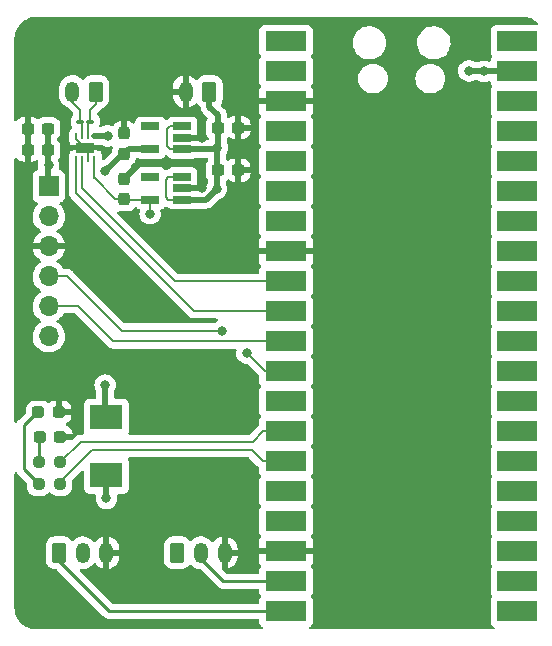
<source format=gtl>
%TF.GenerationSoftware,KiCad,Pcbnew,(6.0.1)*%
%TF.CreationDate,2022-08-20T19:26:56-07:00*%
%TF.ProjectId,frame_board,6672616d-655f-4626-9f61-72642e6b6963,rev?*%
%TF.SameCoordinates,Original*%
%TF.FileFunction,Copper,L1,Top*%
%TF.FilePolarity,Positive*%
%FSLAX46Y46*%
G04 Gerber Fmt 4.6, Leading zero omitted, Abs format (unit mm)*
G04 Created by KiCad (PCBNEW (6.0.1)) date 2022-08-20 19:26:56*
%MOMM*%
%LPD*%
G01*
G04 APERTURE LIST*
G04 Aperture macros list*
%AMRoundRect*
0 Rectangle with rounded corners*
0 $1 Rounding radius*
0 $2 $3 $4 $5 $6 $7 $8 $9 X,Y pos of 4 corners*
0 Add a 4 corners polygon primitive as box body*
4,1,4,$2,$3,$4,$5,$6,$7,$8,$9,$2,$3,0*
0 Add four circle primitives for the rounded corners*
1,1,$1+$1,$2,$3*
1,1,$1+$1,$4,$5*
1,1,$1+$1,$6,$7*
1,1,$1+$1,$8,$9*
0 Add four rect primitives between the rounded corners*
20,1,$1+$1,$2,$3,$4,$5,0*
20,1,$1+$1,$4,$5,$6,$7,0*
20,1,$1+$1,$6,$7,$8,$9,0*
20,1,$1+$1,$8,$9,$2,$3,0*%
G04 Aperture macros list end*
%TA.AperFunction,SMDPad,CuDef*%
%ADD10R,0.250000X0.500000*%
%TD*%
%TA.AperFunction,ComponentPad*%
%ADD11C,0.600000*%
%TD*%
%TA.AperFunction,SMDPad,CuDef*%
%ADD12R,1.600000X0.900000*%
%TD*%
%TA.AperFunction,SMDPad,CuDef*%
%ADD13R,3.500000X1.700000*%
%TD*%
%TA.AperFunction,ComponentPad*%
%ADD14RoundRect,0.250000X-0.350000X-0.625000X0.350000X-0.625000X0.350000X0.625000X-0.350000X0.625000X0*%
%TD*%
%TA.AperFunction,ComponentPad*%
%ADD15O,1.200000X1.750000*%
%TD*%
%TA.AperFunction,SMDPad,CuDef*%
%ADD16RoundRect,0.237500X-0.250000X-0.237500X0.250000X-0.237500X0.250000X0.237500X-0.250000X0.237500X0*%
%TD*%
%TA.AperFunction,SMDPad,CuDef*%
%ADD17RoundRect,0.237500X0.287500X0.237500X-0.287500X0.237500X-0.287500X-0.237500X0.287500X-0.237500X0*%
%TD*%
%TA.AperFunction,SMDPad,CuDef*%
%ADD18R,1.560000X0.650000*%
%TD*%
%TA.AperFunction,SMDPad,CuDef*%
%ADD19RoundRect,0.100000X-0.217500X-0.100000X0.217500X-0.100000X0.217500X0.100000X-0.217500X0.100000X0*%
%TD*%
%TA.AperFunction,SMDPad,CuDef*%
%ADD20R,2.800000X2.150000*%
%TD*%
%TA.AperFunction,SMDPad,CuDef*%
%ADD21RoundRect,0.237500X-0.300000X-0.237500X0.300000X-0.237500X0.300000X0.237500X-0.300000X0.237500X0*%
%TD*%
%TA.AperFunction,SMDPad,CuDef*%
%ADD22RoundRect,0.237500X-0.237500X0.300000X-0.237500X-0.300000X0.237500X-0.300000X0.237500X0.300000X0*%
%TD*%
%TA.AperFunction,SMDPad,CuDef*%
%ADD23RoundRect,0.237500X0.300000X0.237500X-0.300000X0.237500X-0.300000X-0.237500X0.300000X-0.237500X0*%
%TD*%
%TA.AperFunction,ComponentPad*%
%ADD24RoundRect,0.250000X0.350000X0.625000X-0.350000X0.625000X-0.350000X-0.625000X0.350000X-0.625000X0*%
%TD*%
%TA.AperFunction,ComponentPad*%
%ADD25R,1.700000X1.700000*%
%TD*%
%TA.AperFunction,ComponentPad*%
%ADD26O,1.700000X1.700000*%
%TD*%
%TA.AperFunction,ViaPad*%
%ADD27C,0.800000*%
%TD*%
%TA.AperFunction,Conductor*%
%ADD28C,0.500000*%
%TD*%
%TA.AperFunction,Conductor*%
%ADD29C,0.200000*%
%TD*%
%TA.AperFunction,Conductor*%
%ADD30C,0.250000*%
%TD*%
G04 APERTURE END LIST*
D10*
X159662458Y-104850000D03*
X159162458Y-104850000D03*
X158662458Y-104850000D03*
X158162458Y-104850000D03*
X158162458Y-106750000D03*
X158662458Y-106750000D03*
X159162458Y-106750000D03*
X159662458Y-106750000D03*
D11*
X158912458Y-105800000D03*
D12*
X158912458Y-105800000D03*
D13*
X195490000Y-96795000D03*
X195490000Y-99335000D03*
X195490000Y-101875000D03*
X195490000Y-104415000D03*
X195490000Y-106955000D03*
X195490000Y-109495000D03*
X195490000Y-112035000D03*
X195490000Y-114575000D03*
X195490000Y-117115000D03*
X195490000Y-119655000D03*
X195490000Y-122195000D03*
X195490000Y-124735000D03*
X195490000Y-127275000D03*
X195490000Y-129815000D03*
X195490000Y-132355000D03*
X195490000Y-134895000D03*
X195490000Y-137435000D03*
X195490000Y-139975000D03*
X195490000Y-142515000D03*
X195490000Y-145055000D03*
X175910000Y-145055000D03*
X175910000Y-142515000D03*
X175910000Y-139975000D03*
X175910000Y-137435000D03*
X175910000Y-134895000D03*
X175910000Y-132355000D03*
X175910000Y-129815000D03*
X175910000Y-127275000D03*
X175910000Y-124735000D03*
X175910000Y-122195000D03*
X175910000Y-119655000D03*
X175910000Y-117115000D03*
X175910000Y-114575000D03*
X175910000Y-112035000D03*
X175910000Y-109495000D03*
X175910000Y-106955000D03*
X175910000Y-104415000D03*
X175910000Y-101875000D03*
X175910000Y-99335000D03*
X175910000Y-96795000D03*
D14*
X166700000Y-140100000D03*
D15*
X168700000Y-140100000D03*
X170700000Y-140100000D03*
D16*
X154975000Y-134300000D03*
X156800000Y-134300000D03*
X154987500Y-132400000D03*
X156812500Y-132400000D03*
D17*
X156700000Y-128200000D03*
X154950000Y-128200000D03*
X156800000Y-130300000D03*
X155050000Y-130300000D03*
D18*
X167125000Y-105900000D03*
X167125000Y-104950000D03*
X167125000Y-104000000D03*
X164425000Y-104000000D03*
X164425000Y-105900000D03*
X164425000Y-110200000D03*
X164425000Y-108300000D03*
X167125000Y-108300000D03*
X167125000Y-109250000D03*
X167125000Y-110200000D03*
D19*
X158497458Y-103600000D03*
X159312458Y-103600000D03*
D20*
X160700000Y-128645000D03*
X160700000Y-133555000D03*
D21*
X155762500Y-106000000D03*
X154037500Y-106000000D03*
D22*
X162200000Y-104600000D03*
X162200000Y-106325000D03*
D23*
X171862500Y-107700000D03*
X170137500Y-107700000D03*
D21*
X154037500Y-104200000D03*
X155762500Y-104200000D03*
D22*
X162200000Y-108437500D03*
X162200000Y-110162500D03*
D23*
X171862500Y-104100000D03*
X170137500Y-104100000D03*
D24*
X169425000Y-101050000D03*
D15*
X167425000Y-101050000D03*
D14*
X156700000Y-140100000D03*
D15*
X158700000Y-140100000D03*
X160700000Y-140100000D03*
D25*
X155825000Y-109075000D03*
D26*
X155825000Y-111615000D03*
X155825000Y-114155000D03*
X155825000Y-116695000D03*
X155825000Y-119235000D03*
X155825000Y-121775000D03*
D24*
X159812458Y-101050000D03*
D15*
X157812458Y-101050000D03*
D27*
X192665000Y-99335000D03*
X191400000Y-99300000D03*
X155800000Y-107300000D03*
X165700000Y-107100000D03*
X160600000Y-125900000D03*
X160600000Y-107800000D03*
X172600000Y-123200000D03*
X170500000Y-121300000D03*
X164400000Y-111400000D03*
X160800000Y-104800000D03*
X160700000Y-135500000D03*
X168800000Y-109200000D03*
X168800000Y-105000000D03*
X170025000Y-109300000D03*
X170100000Y-105800000D03*
D28*
X162625000Y-105900000D02*
X162200000Y-106325000D01*
X164425000Y-105900000D02*
X162625000Y-105900000D01*
D29*
X158162458Y-105050000D02*
X158912458Y-105800000D01*
X158162458Y-104850000D02*
X158162458Y-105050000D01*
X159162458Y-106050000D02*
X158912458Y-105800000D01*
X159162458Y-106750000D02*
X159162458Y-106050000D01*
X164400000Y-110225000D02*
X164425000Y-110200000D01*
X164400000Y-111400000D02*
X164400000Y-110225000D01*
D28*
X169125000Y-110200000D02*
X170025000Y-109300000D01*
X167125000Y-110200000D02*
X169125000Y-110200000D01*
X170000000Y-105900000D02*
X170100000Y-105800000D01*
X167125000Y-105900000D02*
X170000000Y-105900000D01*
X170100000Y-109225000D02*
X170025000Y-109300000D01*
X170100000Y-107737500D02*
X170100000Y-109225000D01*
X170137500Y-107700000D02*
X170100000Y-107737500D01*
X170100000Y-107662500D02*
X170137500Y-107700000D01*
X170100000Y-105800000D02*
X170100000Y-107662500D01*
D29*
X170100000Y-105800000D02*
X170025000Y-105875000D01*
D28*
X170137500Y-105762500D02*
X170137500Y-104100000D01*
X170100000Y-105800000D02*
X170137500Y-105762500D01*
X170137500Y-103037500D02*
X170137500Y-104100000D01*
X169425000Y-102325000D02*
X170137500Y-103037500D01*
X169425000Y-101050000D02*
X169425000Y-102325000D01*
X192665000Y-99335000D02*
X194590000Y-99335000D01*
X191400000Y-99300000D02*
X191435000Y-99335000D01*
X191435000Y-99335000D02*
X192665000Y-99335000D01*
D30*
X155000000Y-130675000D02*
X154825000Y-130500000D01*
X155000000Y-132475000D02*
X155000000Y-130675000D01*
X153700000Y-133025000D02*
X154975000Y-134300000D01*
X153700000Y-129325000D02*
X153700000Y-133025000D01*
X154825000Y-128200000D02*
X153700000Y-129325000D01*
D29*
X173955000Y-132355000D02*
X176810000Y-132355000D01*
X159500000Y-131400000D02*
X173000000Y-131400000D01*
X156800000Y-134100000D02*
X159500000Y-131400000D01*
X173000000Y-131400000D02*
X173955000Y-132355000D01*
X156800000Y-134300000D02*
X156800000Y-134100000D01*
X173100000Y-130700000D02*
X173985000Y-129815000D01*
X158512500Y-130700000D02*
X173100000Y-130700000D01*
X156812500Y-132400000D02*
X158512500Y-130700000D01*
X173985000Y-129815000D02*
X176810000Y-129815000D01*
D30*
X170615000Y-142515000D02*
X176810000Y-142515000D01*
X168700000Y-140600000D02*
X170615000Y-142515000D01*
X168700000Y-140100000D02*
X168700000Y-140600000D01*
X156700000Y-140100000D02*
X156700000Y-140800000D01*
X156700000Y-140800000D02*
X160955000Y-145055000D01*
X160955000Y-145055000D02*
X176810000Y-145055000D01*
D28*
X160700000Y-135500000D02*
X160700000Y-133555000D01*
X160600000Y-125900000D02*
X160600000Y-128545000D01*
X160600000Y-128545000D02*
X160700000Y-128645000D01*
X155762500Y-106000000D02*
X155762500Y-107262500D01*
X155762500Y-107337500D02*
X155762500Y-109212500D01*
X155762500Y-105037500D02*
X155762500Y-107262500D01*
X155800000Y-107300000D02*
X155762500Y-107337500D01*
X155762500Y-107262500D02*
X155800000Y-107300000D01*
X155762500Y-105037500D02*
X155762500Y-106000000D01*
X155762500Y-104200000D02*
X155762500Y-105037500D01*
X160800000Y-104800000D02*
X160750000Y-104850000D01*
X160750000Y-104850000D02*
X159662458Y-104850000D01*
X165700000Y-107100000D02*
X163537500Y-107100000D01*
X163537500Y-107100000D02*
X162200000Y-108437500D01*
X168750000Y-109250000D02*
X167125000Y-109250000D01*
X168800000Y-109200000D02*
X168750000Y-109250000D01*
X168750000Y-104950000D02*
X167125000Y-104950000D01*
X168800000Y-105000000D02*
X168750000Y-104950000D01*
X162075000Y-106325000D02*
X160600000Y-107800000D01*
X162225000Y-106350000D02*
X162200000Y-106325000D01*
D29*
X162237500Y-110200000D02*
X164425000Y-110200000D01*
X162200000Y-110162500D02*
X162237500Y-110200000D01*
X161462500Y-110162500D02*
X159700000Y-108400000D01*
X162200000Y-110162500D02*
X161462500Y-110162500D01*
X166515000Y-117115000D02*
X176810000Y-117115000D01*
X158700000Y-109300000D02*
X166515000Y-117115000D01*
X168155000Y-119655000D02*
X176810000Y-119655000D01*
X158200000Y-109700000D02*
X168155000Y-119655000D01*
X174135000Y-124735000D02*
X176810000Y-124735000D01*
X172600000Y-123200000D02*
X174135000Y-124735000D01*
X162000000Y-121300000D02*
X170500000Y-121300000D01*
X161800000Y-121100000D02*
X162000000Y-121300000D01*
X157395000Y-116695000D02*
X161800000Y-121100000D01*
X155825000Y-116695000D02*
X157395000Y-116695000D01*
X176805000Y-122200000D02*
X176810000Y-122195000D01*
X161300000Y-122200000D02*
X176805000Y-122200000D01*
X158335000Y-119235000D02*
X161300000Y-122200000D01*
X155825000Y-119235000D02*
X158335000Y-119235000D01*
X159662458Y-106750000D02*
X159662458Y-108350000D01*
X159162458Y-103750000D02*
X159312458Y-103600000D01*
X159162458Y-104850000D02*
X159162458Y-103750000D01*
X159312458Y-102600000D02*
X159312458Y-103600000D01*
X159812458Y-102100000D02*
X159312458Y-102600000D01*
X157812458Y-101900000D02*
X157812458Y-101050000D01*
X159812458Y-101050000D02*
X159812458Y-102100000D01*
X158497458Y-103600000D02*
X158497458Y-102585000D01*
X158662458Y-103765000D02*
X158497458Y-103600000D01*
X158497458Y-102585000D02*
X157812458Y-101900000D01*
X158662458Y-104850000D02*
X158662458Y-103765000D01*
X158662458Y-106750000D02*
X158662458Y-109250000D01*
X158162458Y-106750000D02*
X158162458Y-109650000D01*
X165825000Y-104250000D02*
X166075000Y-104000000D01*
X165825000Y-105650000D02*
X165825000Y-104250000D01*
X166075000Y-105900000D02*
X165825000Y-105650000D01*
X167125000Y-105900000D02*
X166075000Y-105900000D01*
X166075000Y-104000000D02*
X167125000Y-104000000D01*
X165925000Y-108300000D02*
X167125000Y-108300000D01*
X165725000Y-110000000D02*
X165725000Y-108500000D01*
X165925000Y-110200000D02*
X165725000Y-110000000D01*
X167125000Y-110200000D02*
X165925000Y-110200000D01*
X165725000Y-108500000D02*
X165925000Y-108300000D01*
%TA.AperFunction,Conductor*%
G36*
X195776000Y-94716517D02*
G01*
X195790158Y-94717318D01*
X195818384Y-94720516D01*
X195818387Y-94720516D01*
X195827302Y-94721526D01*
X195836144Y-94719993D01*
X195843152Y-94718778D01*
X195867895Y-94716966D01*
X195975423Y-94719713D01*
X196079114Y-94722363D01*
X196095958Y-94723930D01*
X196330285Y-94761724D01*
X196346769Y-94765533D01*
X196573928Y-94834381D01*
X196589752Y-94840364D01*
X196619390Y-94853908D01*
X196805636Y-94939021D01*
X196820512Y-94947067D01*
X197021239Y-95073759D01*
X197034907Y-95083729D01*
X197190294Y-95213919D01*
X197229664Y-95272999D01*
X197230843Y-95343986D01*
X197193456Y-95404341D01*
X197129374Y-95434903D01*
X197109374Y-95436500D01*
X193691866Y-95436500D01*
X193629684Y-95443255D01*
X193493295Y-95494385D01*
X193376739Y-95581739D01*
X193289385Y-95698295D01*
X193238255Y-95834684D01*
X193231500Y-95896866D01*
X193231500Y-97693134D01*
X193238255Y-97755316D01*
X193289385Y-97891705D01*
X193294771Y-97898891D01*
X193362630Y-97989435D01*
X193387478Y-98055941D01*
X193372425Y-98125324D01*
X193362632Y-98140562D01*
X193289385Y-98238295D01*
X193238255Y-98374684D01*
X193237402Y-98382540D01*
X193234008Y-98413776D01*
X193206765Y-98479338D01*
X193148402Y-98519764D01*
X193077448Y-98522218D01*
X193057501Y-98515276D01*
X192947288Y-98466206D01*
X192825331Y-98440283D01*
X192766944Y-98427872D01*
X192766939Y-98427872D01*
X192760487Y-98426500D01*
X192569513Y-98426500D01*
X192563061Y-98427872D01*
X192563056Y-98427872D01*
X192504669Y-98440283D01*
X192382712Y-98466206D01*
X192376682Y-98468891D01*
X192376681Y-98468891D01*
X192214278Y-98541197D01*
X192214276Y-98541198D01*
X192208248Y-98543882D01*
X192202909Y-98547761D01*
X192202902Y-98547765D01*
X192196472Y-98552437D01*
X192122413Y-98576500D01*
X191990760Y-98576500D01*
X191916699Y-98552436D01*
X191862094Y-98512763D01*
X191862093Y-98512762D01*
X191856752Y-98508882D01*
X191850724Y-98506198D01*
X191850722Y-98506197D01*
X191688319Y-98433891D01*
X191688318Y-98433891D01*
X191682288Y-98431206D01*
X191588887Y-98411353D01*
X191501944Y-98392872D01*
X191501939Y-98392872D01*
X191495487Y-98391500D01*
X191304513Y-98391500D01*
X191298061Y-98392872D01*
X191298056Y-98392872D01*
X191211113Y-98411353D01*
X191117712Y-98431206D01*
X191111682Y-98433891D01*
X191111681Y-98433891D01*
X190949278Y-98506197D01*
X190949276Y-98506198D01*
X190943248Y-98508882D01*
X190937907Y-98512762D01*
X190937906Y-98512763D01*
X190898770Y-98541197D01*
X190788747Y-98621134D01*
X190784326Y-98626044D01*
X190784325Y-98626045D01*
X190706654Y-98712308D01*
X190660960Y-98763056D01*
X190565473Y-98928444D01*
X190506458Y-99110072D01*
X190486496Y-99300000D01*
X190506458Y-99489928D01*
X190565473Y-99671556D01*
X190568776Y-99677278D01*
X190568777Y-99677279D01*
X190579212Y-99695352D01*
X190660960Y-99836944D01*
X190665378Y-99841851D01*
X190665379Y-99841852D01*
X190758685Y-99945479D01*
X190788747Y-99978866D01*
X190943248Y-100091118D01*
X190949276Y-100093802D01*
X190949278Y-100093803D01*
X191111681Y-100166109D01*
X191117712Y-100168794D01*
X191211112Y-100188647D01*
X191298056Y-100207128D01*
X191298061Y-100207128D01*
X191304513Y-100208500D01*
X191495487Y-100208500D01*
X191501939Y-100207128D01*
X191501944Y-100207128D01*
X191588888Y-100188647D01*
X191682288Y-100168794D01*
X191713886Y-100154726D01*
X191826936Y-100104393D01*
X191878185Y-100093500D01*
X192122413Y-100093500D01*
X192196472Y-100117563D01*
X192202902Y-100122235D01*
X192202909Y-100122239D01*
X192208248Y-100126118D01*
X192214276Y-100128802D01*
X192214278Y-100128803D01*
X192318933Y-100175398D01*
X192382712Y-100203794D01*
X192476112Y-100223647D01*
X192563056Y-100242128D01*
X192563061Y-100242128D01*
X192569513Y-100243500D01*
X192760487Y-100243500D01*
X192766939Y-100242128D01*
X192766944Y-100242128D01*
X192853888Y-100223647D01*
X192947288Y-100203794D01*
X193057498Y-100154726D01*
X193127863Y-100145292D01*
X193192160Y-100175398D01*
X193229974Y-100235487D01*
X193234008Y-100256224D01*
X193238255Y-100295316D01*
X193289385Y-100431705D01*
X193314059Y-100464627D01*
X193362630Y-100529435D01*
X193387478Y-100595941D01*
X193372425Y-100665324D01*
X193362632Y-100680562D01*
X193289385Y-100778295D01*
X193238255Y-100914684D01*
X193231500Y-100976866D01*
X193231500Y-102773134D01*
X193238255Y-102835316D01*
X193289385Y-102971705D01*
X193356649Y-103061455D01*
X193362630Y-103069435D01*
X193387478Y-103135941D01*
X193372425Y-103205324D01*
X193362632Y-103220562D01*
X193289385Y-103318295D01*
X193238255Y-103454684D01*
X193231500Y-103516866D01*
X193231500Y-105313134D01*
X193238255Y-105375316D01*
X193289385Y-105511705D01*
X193361929Y-105608500D01*
X193362630Y-105609435D01*
X193387478Y-105675941D01*
X193372425Y-105745324D01*
X193362632Y-105760562D01*
X193289385Y-105858295D01*
X193238255Y-105994684D01*
X193231500Y-106056866D01*
X193231500Y-107853134D01*
X193238255Y-107915316D01*
X193289385Y-108051705D01*
X193342473Y-108122540D01*
X193362630Y-108149435D01*
X193387478Y-108215941D01*
X193372425Y-108285324D01*
X193362632Y-108300562D01*
X193289385Y-108398295D01*
X193238255Y-108534684D01*
X193231500Y-108596866D01*
X193231500Y-110393134D01*
X193238255Y-110455316D01*
X193289385Y-110591705D01*
X193339429Y-110658478D01*
X193362630Y-110689435D01*
X193387478Y-110755941D01*
X193372425Y-110825324D01*
X193362632Y-110840562D01*
X193289385Y-110938295D01*
X193238255Y-111074684D01*
X193231500Y-111136866D01*
X193231500Y-112933134D01*
X193238255Y-112995316D01*
X193289385Y-113131705D01*
X193294771Y-113138891D01*
X193362630Y-113229435D01*
X193387478Y-113295941D01*
X193372425Y-113365324D01*
X193362632Y-113380562D01*
X193289385Y-113478295D01*
X193238255Y-113614684D01*
X193231500Y-113676866D01*
X193231500Y-115473134D01*
X193238255Y-115535316D01*
X193289385Y-115671705D01*
X193357998Y-115763255D01*
X193362630Y-115769435D01*
X193387478Y-115835941D01*
X193372425Y-115905324D01*
X193362632Y-115920562D01*
X193289385Y-116018295D01*
X193238255Y-116154684D01*
X193231500Y-116216866D01*
X193231500Y-118013134D01*
X193238255Y-118075316D01*
X193289385Y-118211705D01*
X193362630Y-118309435D01*
X193387478Y-118375941D01*
X193372425Y-118445324D01*
X193362632Y-118460562D01*
X193289385Y-118558295D01*
X193238255Y-118694684D01*
X193231500Y-118756866D01*
X193231500Y-120553134D01*
X193238255Y-120615316D01*
X193289385Y-120751705D01*
X193362630Y-120849435D01*
X193387478Y-120915941D01*
X193372425Y-120985324D01*
X193362632Y-121000562D01*
X193289385Y-121098295D01*
X193238255Y-121234684D01*
X193231500Y-121296866D01*
X193231500Y-123093134D01*
X193238255Y-123155316D01*
X193289385Y-123291705D01*
X193362630Y-123389435D01*
X193387478Y-123455941D01*
X193372425Y-123525324D01*
X193362632Y-123540562D01*
X193289385Y-123638295D01*
X193238255Y-123774684D01*
X193231500Y-123836866D01*
X193231500Y-125633134D01*
X193238255Y-125695316D01*
X193289385Y-125831705D01*
X193345490Y-125906565D01*
X193362630Y-125929435D01*
X193387478Y-125995941D01*
X193372425Y-126065324D01*
X193362632Y-126080562D01*
X193289385Y-126178295D01*
X193238255Y-126314684D01*
X193231500Y-126376866D01*
X193231500Y-128173134D01*
X193238255Y-128235316D01*
X193289385Y-128371705D01*
X193362630Y-128469435D01*
X193387478Y-128535941D01*
X193372425Y-128605324D01*
X193362632Y-128620562D01*
X193289385Y-128718295D01*
X193238255Y-128854684D01*
X193231500Y-128916866D01*
X193231500Y-130713134D01*
X193238255Y-130775316D01*
X193289385Y-130911705D01*
X193294771Y-130918891D01*
X193362630Y-131009435D01*
X193387478Y-131075941D01*
X193372425Y-131145324D01*
X193362632Y-131160562D01*
X193289385Y-131258295D01*
X193238255Y-131394684D01*
X193231500Y-131456866D01*
X193231500Y-133253134D01*
X193238255Y-133315316D01*
X193289385Y-133451705D01*
X193309891Y-133479066D01*
X193362630Y-133549435D01*
X193387478Y-133615941D01*
X193372425Y-133685324D01*
X193362632Y-133700562D01*
X193289385Y-133798295D01*
X193238255Y-133934684D01*
X193231500Y-133996866D01*
X193231500Y-135793134D01*
X193238255Y-135855316D01*
X193289385Y-135991705D01*
X193362630Y-136089435D01*
X193387478Y-136155941D01*
X193372425Y-136225324D01*
X193362632Y-136240562D01*
X193289385Y-136338295D01*
X193238255Y-136474684D01*
X193231500Y-136536866D01*
X193231500Y-138333134D01*
X193238255Y-138395316D01*
X193289385Y-138531705D01*
X193294771Y-138538891D01*
X193362630Y-138629435D01*
X193387478Y-138695941D01*
X193372425Y-138765324D01*
X193362632Y-138780562D01*
X193289385Y-138878295D01*
X193238255Y-139014684D01*
X193231500Y-139076866D01*
X193231500Y-140873134D01*
X193238255Y-140935316D01*
X193289385Y-141071705D01*
X193357998Y-141163255D01*
X193362630Y-141169435D01*
X193387478Y-141235941D01*
X193372425Y-141305324D01*
X193362632Y-141320562D01*
X193289385Y-141418295D01*
X193238255Y-141554684D01*
X193231500Y-141616866D01*
X193231500Y-143413134D01*
X193238255Y-143475316D01*
X193289385Y-143611705D01*
X193294771Y-143618891D01*
X193362630Y-143709435D01*
X193387478Y-143775941D01*
X193372425Y-143845324D01*
X193362632Y-143860562D01*
X193289385Y-143958295D01*
X193238255Y-144094684D01*
X193231500Y-144156866D01*
X193231500Y-145953134D01*
X193238255Y-146015316D01*
X193289385Y-146151705D01*
X193376739Y-146268261D01*
X193493295Y-146355615D01*
X193499938Y-146358105D01*
X193549416Y-146407696D01*
X193564428Y-146477088D01*
X193539541Y-146543580D01*
X193482656Y-146586061D01*
X193438755Y-146593955D01*
X177962669Y-146593169D01*
X177894550Y-146573163D01*
X177848060Y-146519505D01*
X177837959Y-146449231D01*
X177867456Y-146384652D01*
X177900621Y-146357896D01*
X177906705Y-146355615D01*
X178023261Y-146268261D01*
X178110615Y-146151705D01*
X178161745Y-146015316D01*
X178168500Y-145953134D01*
X178168500Y-144156866D01*
X178161745Y-144094684D01*
X178110615Y-143958295D01*
X178037370Y-143860564D01*
X178012522Y-143794059D01*
X178027575Y-143724676D01*
X178037370Y-143709435D01*
X178105229Y-143618891D01*
X178110615Y-143611705D01*
X178161745Y-143475316D01*
X178168500Y-143413134D01*
X178168500Y-141616866D01*
X178161745Y-141554684D01*
X178110615Y-141418295D01*
X178040173Y-141324305D01*
X178037058Y-141320148D01*
X178012210Y-141253642D01*
X178027263Y-141184259D01*
X178037058Y-141169018D01*
X178104786Y-141078649D01*
X178113324Y-141063054D01*
X178158478Y-140942606D01*
X178162105Y-140927351D01*
X178167631Y-140876486D01*
X178168000Y-140869672D01*
X178168000Y-140247115D01*
X178163525Y-140231876D01*
X178162135Y-140230671D01*
X178154452Y-140229000D01*
X173670116Y-140229000D01*
X173654877Y-140233475D01*
X173653672Y-140234865D01*
X173652001Y-140242548D01*
X173652001Y-140869669D01*
X173652371Y-140876490D01*
X173657895Y-140927352D01*
X173661521Y-140942604D01*
X173706676Y-141063054D01*
X173715214Y-141078649D01*
X173782942Y-141169018D01*
X173807790Y-141235525D01*
X173792737Y-141304907D01*
X173782942Y-141320148D01*
X173779827Y-141324305D01*
X173709385Y-141418295D01*
X173658255Y-141554684D01*
X173651500Y-141616866D01*
X173651500Y-141755500D01*
X173631498Y-141823621D01*
X173577842Y-141870114D01*
X173525500Y-141881500D01*
X170929594Y-141881500D01*
X170861473Y-141861498D01*
X170840499Y-141844595D01*
X170482905Y-141487001D01*
X170454729Y-141435402D01*
X170954000Y-141435402D01*
X170957973Y-141448933D01*
X170967399Y-141450288D01*
X171056537Y-141428806D01*
X171067832Y-141424917D01*
X171249382Y-141342371D01*
X171259724Y-141336424D01*
X171422397Y-141221032D01*
X171431425Y-141213239D01*
X171569342Y-141069169D01*
X171576738Y-141059804D01*
X171684921Y-140892259D01*
X171690417Y-140881655D01*
X171764961Y-140696688D01*
X171768355Y-140685230D01*
X171806857Y-140488072D01*
X171807934Y-140479209D01*
X171808000Y-140476500D01*
X171808000Y-140372115D01*
X171803525Y-140356876D01*
X171802135Y-140355671D01*
X171794452Y-140354000D01*
X170972115Y-140354000D01*
X170956876Y-140358475D01*
X170955671Y-140359865D01*
X170954000Y-140367548D01*
X170954000Y-141435402D01*
X170454729Y-141435402D01*
X170448879Y-141424689D01*
X170446000Y-141397906D01*
X170446000Y-139827885D01*
X170954000Y-139827885D01*
X170958475Y-139843124D01*
X170959865Y-139844329D01*
X170967548Y-139846000D01*
X171789885Y-139846000D01*
X171805124Y-139841525D01*
X171806329Y-139840135D01*
X171808000Y-139832452D01*
X171808000Y-139775168D01*
X171807715Y-139769192D01*
X171793529Y-139620506D01*
X171791270Y-139608772D01*
X171735128Y-139417401D01*
X171730698Y-139406325D01*
X171639381Y-139229022D01*
X171632931Y-139218976D01*
X171509738Y-139062143D01*
X171501501Y-139053494D01*
X171350877Y-138922788D01*
X171341153Y-138915853D01*
X171168533Y-138815990D01*
X171157669Y-138811016D01*
X170969273Y-138745593D01*
X170968284Y-138745352D01*
X170957992Y-138746820D01*
X170954000Y-138760385D01*
X170954000Y-139827885D01*
X170446000Y-139827885D01*
X170446000Y-138764598D01*
X170442027Y-138751067D01*
X170432601Y-138749712D01*
X170343463Y-138771194D01*
X170332168Y-138775083D01*
X170150618Y-138857629D01*
X170140276Y-138863576D01*
X169977603Y-138978968D01*
X169968575Y-138986761D01*
X169830658Y-139130831D01*
X169823259Y-139140200D01*
X169805582Y-139167577D01*
X169751828Y-139213955D01*
X169681532Y-139223909D01*
X169617015Y-139194278D01*
X169600644Y-139177063D01*
X169593193Y-139167577D01*
X169506396Y-139057080D01*
X169501865Y-139053148D01*
X169501862Y-139053145D01*
X169351167Y-138922379D01*
X169346637Y-138918448D01*
X169341451Y-138915448D01*
X169341447Y-138915445D01*
X169168742Y-138815533D01*
X169163546Y-138812527D01*
X168963729Y-138743139D01*
X168957794Y-138742278D01*
X168957792Y-138742278D01*
X168760336Y-138713648D01*
X168760333Y-138713648D01*
X168754396Y-138712787D01*
X168543101Y-138722567D01*
X168430466Y-138749712D01*
X168343299Y-138770719D01*
X168343297Y-138770720D01*
X168337466Y-138772125D01*
X168332008Y-138774607D01*
X168332004Y-138774608D01*
X168240990Y-138815990D01*
X168144913Y-138859674D01*
X167972389Y-138982054D01*
X167968247Y-138986381D01*
X167968241Y-138986386D01*
X167881194Y-139077317D01*
X167819639Y-139112694D01*
X167748730Y-139109175D01*
X167690979Y-139067879D01*
X167683032Y-139056491D01*
X167648478Y-139000652D01*
X167523303Y-138875695D01*
X167515863Y-138871109D01*
X167378968Y-138786725D01*
X167378966Y-138786724D01*
X167372738Y-138782885D01*
X167264005Y-138746820D01*
X167211389Y-138729368D01*
X167211387Y-138729368D01*
X167204861Y-138727203D01*
X167198025Y-138726503D01*
X167198022Y-138726502D01*
X167154969Y-138722091D01*
X167100400Y-138716500D01*
X166299600Y-138716500D01*
X166296354Y-138716837D01*
X166296350Y-138716837D01*
X166200692Y-138726762D01*
X166200688Y-138726763D01*
X166193834Y-138727474D01*
X166187298Y-138729655D01*
X166187296Y-138729655D01*
X166082560Y-138764598D01*
X166026054Y-138783450D01*
X165875652Y-138876522D01*
X165750695Y-139001697D01*
X165746855Y-139007927D01*
X165746854Y-139007928D01*
X165702254Y-139080283D01*
X165657885Y-139152262D01*
X165602203Y-139320139D01*
X165591500Y-139424600D01*
X165591500Y-140775400D01*
X165591837Y-140778646D01*
X165591837Y-140778650D01*
X165601641Y-140873134D01*
X165602474Y-140881166D01*
X165604655Y-140887702D01*
X165604655Y-140887704D01*
X165617883Y-140927352D01*
X165658450Y-141048946D01*
X165751522Y-141199348D01*
X165876697Y-141324305D01*
X165882927Y-141328145D01*
X165882928Y-141328146D01*
X166020090Y-141412694D01*
X166027262Y-141417115D01*
X166063942Y-141429281D01*
X166188611Y-141470632D01*
X166188613Y-141470632D01*
X166195139Y-141472797D01*
X166201975Y-141473497D01*
X166201978Y-141473498D01*
X166240386Y-141477433D01*
X166299600Y-141483500D01*
X167100400Y-141483500D01*
X167103646Y-141483163D01*
X167103650Y-141483163D01*
X167199308Y-141473238D01*
X167199312Y-141473237D01*
X167206166Y-141472526D01*
X167212702Y-141470345D01*
X167212704Y-141470345D01*
X167348867Y-141424917D01*
X167373946Y-141416550D01*
X167524348Y-141323478D01*
X167649305Y-141198303D01*
X167681075Y-141146764D01*
X167733846Y-141099271D01*
X167803918Y-141087847D01*
X167869042Y-141116121D01*
X167887418Y-141135045D01*
X167893604Y-141142920D01*
X167898135Y-141146852D01*
X167898138Y-141146855D01*
X168021200Y-141253642D01*
X168053363Y-141281552D01*
X168058549Y-141284552D01*
X168058553Y-141284555D01*
X168154957Y-141340326D01*
X168236454Y-141387473D01*
X168436271Y-141456861D01*
X168442206Y-141457722D01*
X168442208Y-141457722D01*
X168639664Y-141486352D01*
X168639667Y-141486352D01*
X168645604Y-141487213D01*
X168646214Y-141487185D01*
X168711560Y-141509893D01*
X168727439Y-141523343D01*
X170111348Y-142907253D01*
X170118888Y-142915539D01*
X170123000Y-142922018D01*
X170128777Y-142927443D01*
X170172651Y-142968643D01*
X170175493Y-142971398D01*
X170195230Y-142991135D01*
X170198427Y-142993615D01*
X170207447Y-143001318D01*
X170239679Y-143031586D01*
X170246625Y-143035405D01*
X170246628Y-143035407D01*
X170257434Y-143041348D01*
X170273953Y-143052199D01*
X170289959Y-143064614D01*
X170297228Y-143067759D01*
X170297232Y-143067762D01*
X170330537Y-143082174D01*
X170341187Y-143087391D01*
X170379940Y-143108695D01*
X170387615Y-143110666D01*
X170387616Y-143110666D01*
X170399562Y-143113733D01*
X170418267Y-143120137D01*
X170436855Y-143128181D01*
X170444678Y-143129420D01*
X170444688Y-143129423D01*
X170480524Y-143135099D01*
X170492144Y-143137505D01*
X170527289Y-143146528D01*
X170534970Y-143148500D01*
X170555224Y-143148500D01*
X170574934Y-143150051D01*
X170594943Y-143153220D01*
X170602835Y-143152474D01*
X170638961Y-143149059D01*
X170650819Y-143148500D01*
X173525500Y-143148500D01*
X173593621Y-143168502D01*
X173640114Y-143222158D01*
X173651500Y-143274500D01*
X173651500Y-143413134D01*
X173658255Y-143475316D01*
X173709385Y-143611705D01*
X173714771Y-143618891D01*
X173782630Y-143709435D01*
X173807478Y-143775941D01*
X173792425Y-143845324D01*
X173782632Y-143860562D01*
X173709385Y-143958295D01*
X173658255Y-144094684D01*
X173651500Y-144156866D01*
X173651500Y-144295500D01*
X173631498Y-144363621D01*
X173577842Y-144410114D01*
X173525500Y-144421500D01*
X161269594Y-144421500D01*
X161201473Y-144401498D01*
X161180499Y-144384595D01*
X158489868Y-141693963D01*
X158455842Y-141631651D01*
X158460907Y-141560835D01*
X158503454Y-141504000D01*
X158569974Y-141479189D01*
X158597043Y-141480172D01*
X158639664Y-141486352D01*
X158639667Y-141486352D01*
X158645604Y-141487213D01*
X158856899Y-141477433D01*
X158988077Y-141445819D01*
X159056701Y-141429281D01*
X159056703Y-141429280D01*
X159062534Y-141427875D01*
X159067992Y-141425393D01*
X159067996Y-141425392D01*
X159183041Y-141373084D01*
X159255087Y-141340326D01*
X159427611Y-141217946D01*
X159573881Y-141065150D01*
X159577130Y-141060119D01*
X159577135Y-141060112D01*
X159595033Y-141032393D01*
X159648789Y-140986016D01*
X159719085Y-140976063D01*
X159783602Y-141005696D01*
X159799970Y-141022909D01*
X159890262Y-141137857D01*
X159898499Y-141146506D01*
X160049123Y-141277212D01*
X160058847Y-141284147D01*
X160231467Y-141384010D01*
X160242331Y-141388984D01*
X160430727Y-141454407D01*
X160431716Y-141454648D01*
X160442008Y-141453180D01*
X160446000Y-141439615D01*
X160446000Y-141435402D01*
X160954000Y-141435402D01*
X160957973Y-141448933D01*
X160967399Y-141450288D01*
X161056537Y-141428806D01*
X161067832Y-141424917D01*
X161249382Y-141342371D01*
X161259724Y-141336424D01*
X161422397Y-141221032D01*
X161431425Y-141213239D01*
X161569342Y-141069169D01*
X161576738Y-141059804D01*
X161684921Y-140892259D01*
X161690417Y-140881655D01*
X161764961Y-140696688D01*
X161768355Y-140685230D01*
X161806857Y-140488072D01*
X161807934Y-140479209D01*
X161808000Y-140476500D01*
X161808000Y-140372115D01*
X161803525Y-140356876D01*
X161802135Y-140355671D01*
X161794452Y-140354000D01*
X160972115Y-140354000D01*
X160956876Y-140358475D01*
X160955671Y-140359865D01*
X160954000Y-140367548D01*
X160954000Y-141435402D01*
X160446000Y-141435402D01*
X160446000Y-139827885D01*
X160954000Y-139827885D01*
X160958475Y-139843124D01*
X160959865Y-139844329D01*
X160967548Y-139846000D01*
X161789885Y-139846000D01*
X161805124Y-139841525D01*
X161806329Y-139840135D01*
X161808000Y-139832452D01*
X161808000Y-139775168D01*
X161807715Y-139769192D01*
X161793529Y-139620506D01*
X161791270Y-139608772D01*
X161735128Y-139417401D01*
X161730698Y-139406325D01*
X161639381Y-139229022D01*
X161632931Y-139218976D01*
X161509738Y-139062143D01*
X161501501Y-139053494D01*
X161350877Y-138922788D01*
X161341153Y-138915853D01*
X161168533Y-138815990D01*
X161157669Y-138811016D01*
X160969273Y-138745593D01*
X160968284Y-138745352D01*
X160957992Y-138746820D01*
X160954000Y-138760385D01*
X160954000Y-139827885D01*
X160446000Y-139827885D01*
X160446000Y-138764598D01*
X160442027Y-138751067D01*
X160432601Y-138749712D01*
X160343463Y-138771194D01*
X160332168Y-138775083D01*
X160150618Y-138857629D01*
X160140276Y-138863576D01*
X159977603Y-138978968D01*
X159968575Y-138986761D01*
X159830658Y-139130831D01*
X159823259Y-139140200D01*
X159805582Y-139167577D01*
X159751828Y-139213955D01*
X159681532Y-139223909D01*
X159617015Y-139194278D01*
X159600644Y-139177063D01*
X159593193Y-139167577D01*
X159506396Y-139057080D01*
X159501865Y-139053148D01*
X159501862Y-139053145D01*
X159351167Y-138922379D01*
X159346637Y-138918448D01*
X159341451Y-138915448D01*
X159341447Y-138915445D01*
X159168742Y-138815533D01*
X159163546Y-138812527D01*
X158963729Y-138743139D01*
X158957794Y-138742278D01*
X158957792Y-138742278D01*
X158760336Y-138713648D01*
X158760333Y-138713648D01*
X158754396Y-138712787D01*
X158543101Y-138722567D01*
X158430466Y-138749712D01*
X158343299Y-138770719D01*
X158343297Y-138770720D01*
X158337466Y-138772125D01*
X158332008Y-138774607D01*
X158332004Y-138774608D01*
X158240990Y-138815990D01*
X158144913Y-138859674D01*
X157972389Y-138982054D01*
X157968247Y-138986381D01*
X157968241Y-138986386D01*
X157881194Y-139077317D01*
X157819639Y-139112694D01*
X157748730Y-139109175D01*
X157690979Y-139067879D01*
X157683032Y-139056491D01*
X157648478Y-139000652D01*
X157523303Y-138875695D01*
X157515863Y-138871109D01*
X157378968Y-138786725D01*
X157378966Y-138786724D01*
X157372738Y-138782885D01*
X157264005Y-138746820D01*
X157211389Y-138729368D01*
X157211387Y-138729368D01*
X157204861Y-138727203D01*
X157198025Y-138726503D01*
X157198022Y-138726502D01*
X157154969Y-138722091D01*
X157100400Y-138716500D01*
X156299600Y-138716500D01*
X156296354Y-138716837D01*
X156296350Y-138716837D01*
X156200692Y-138726762D01*
X156200688Y-138726763D01*
X156193834Y-138727474D01*
X156187298Y-138729655D01*
X156187296Y-138729655D01*
X156082560Y-138764598D01*
X156026054Y-138783450D01*
X155875652Y-138876522D01*
X155750695Y-139001697D01*
X155746855Y-139007927D01*
X155746854Y-139007928D01*
X155702254Y-139080283D01*
X155657885Y-139152262D01*
X155602203Y-139320139D01*
X155591500Y-139424600D01*
X155591500Y-140775400D01*
X155591837Y-140778646D01*
X155591837Y-140778650D01*
X155601641Y-140873134D01*
X155602474Y-140881166D01*
X155604655Y-140887702D01*
X155604655Y-140887704D01*
X155617883Y-140927352D01*
X155658450Y-141048946D01*
X155751522Y-141199348D01*
X155876697Y-141324305D01*
X155882927Y-141328145D01*
X155882928Y-141328146D01*
X156020090Y-141412694D01*
X156027262Y-141417115D01*
X156063942Y-141429281D01*
X156188611Y-141470632D01*
X156188613Y-141470632D01*
X156195139Y-141472797D01*
X156201975Y-141473497D01*
X156201978Y-141473498D01*
X156240386Y-141477433D01*
X156299600Y-141483500D01*
X156435406Y-141483500D01*
X156503527Y-141503502D01*
X156524501Y-141520405D01*
X160451343Y-145447247D01*
X160458887Y-145455537D01*
X160463000Y-145462018D01*
X160468777Y-145467443D01*
X160512667Y-145508658D01*
X160515509Y-145511413D01*
X160535231Y-145531135D01*
X160538373Y-145533572D01*
X160538433Y-145533619D01*
X160547445Y-145541317D01*
X160573036Y-145565347D01*
X160579679Y-145571586D01*
X160586622Y-145575403D01*
X160597431Y-145581345D01*
X160613953Y-145592198D01*
X160629959Y-145604614D01*
X160637237Y-145607764D01*
X160637238Y-145607764D01*
X160670537Y-145622174D01*
X160681187Y-145627391D01*
X160719940Y-145648695D01*
X160727615Y-145650666D01*
X160727616Y-145650666D01*
X160739562Y-145653733D01*
X160758267Y-145660137D01*
X160776855Y-145668181D01*
X160784678Y-145669420D01*
X160784688Y-145669423D01*
X160820524Y-145675099D01*
X160832144Y-145677505D01*
X160867289Y-145686528D01*
X160874970Y-145688500D01*
X160895224Y-145688500D01*
X160914934Y-145690051D01*
X160934943Y-145693220D01*
X160942835Y-145692474D01*
X160978961Y-145689059D01*
X160990819Y-145688500D01*
X173525500Y-145688500D01*
X173593621Y-145708502D01*
X173640114Y-145762158D01*
X173651500Y-145814500D01*
X173651500Y-145953134D01*
X173658255Y-146015316D01*
X173709385Y-146151705D01*
X173796739Y-146268261D01*
X173913295Y-146355615D01*
X173918621Y-146357612D01*
X173967598Y-146406698D01*
X173982612Y-146476089D01*
X173957727Y-146542582D01*
X173900843Y-146585065D01*
X173856937Y-146592960D01*
X154936173Y-146591999D01*
X154921996Y-146591198D01*
X154893820Y-146588006D01*
X154893818Y-146588006D01*
X154884902Y-146586996D01*
X154876060Y-146588529D01*
X154869052Y-146589744D01*
X154844309Y-146591556D01*
X154736781Y-146588809D01*
X154633090Y-146586159D01*
X154616246Y-146584592D01*
X154381919Y-146546798D01*
X154365435Y-146542989D01*
X154138276Y-146474141D01*
X154122452Y-146468158D01*
X153939721Y-146384652D01*
X153906568Y-146369501D01*
X153891690Y-146361454D01*
X153732663Y-146261081D01*
X153690963Y-146234762D01*
X153677297Y-146224793D01*
X153495356Y-146072355D01*
X153483152Y-146060650D01*
X153323258Y-145885197D01*
X153312745Y-145871978D01*
X153177801Y-145676690D01*
X153169143Y-145662164D01*
X153061579Y-145450564D01*
X153054943Y-145435002D01*
X152976700Y-145210913D01*
X152972208Y-145194602D01*
X152924691Y-144962052D01*
X152922424Y-144945287D01*
X152908720Y-144741625D01*
X152909665Y-144719989D01*
X152909724Y-144715142D01*
X152911106Y-144706268D01*
X152906984Y-144674751D01*
X152905921Y-144658415D01*
X152905924Y-144604110D01*
X152906344Y-134884548D01*
X152906409Y-133395572D01*
X152926414Y-133327452D01*
X152980072Y-133280961D01*
X153050346Y-133270860D01*
X153114926Y-133300356D01*
X153139920Y-133331283D01*
X153140448Y-133332617D01*
X153145108Y-133339031D01*
X153166436Y-133368387D01*
X153172952Y-133378307D01*
X153183163Y-133395572D01*
X153195458Y-133416362D01*
X153209779Y-133430683D01*
X153222619Y-133445716D01*
X153234528Y-133462107D01*
X153240634Y-133467158D01*
X153268605Y-133490298D01*
X153277384Y-133498288D01*
X153942095Y-134162999D01*
X153976121Y-134225311D01*
X153979000Y-134252094D01*
X153979000Y-134587072D01*
X153979337Y-134590318D01*
X153979337Y-134590322D01*
X153988801Y-134681531D01*
X153989793Y-134691093D01*
X153991974Y-134697629D01*
X153991974Y-134697631D01*
X154036268Y-134830395D01*
X154044846Y-134856107D01*
X154136384Y-135004031D01*
X154141566Y-135009204D01*
X154254316Y-135121758D01*
X154254321Y-135121762D01*
X154259497Y-135126929D01*
X154265727Y-135130769D01*
X154265728Y-135130770D01*
X154310718Y-135158502D01*
X154407580Y-135218209D01*
X154572691Y-135272974D01*
X154579527Y-135273674D01*
X154579530Y-135273675D01*
X154631026Y-135278951D01*
X154675428Y-135283500D01*
X155274572Y-135283500D01*
X155277818Y-135283163D01*
X155277822Y-135283163D01*
X155371735Y-135273419D01*
X155371739Y-135273418D01*
X155378593Y-135272707D01*
X155385129Y-135270526D01*
X155385131Y-135270526D01*
X155517895Y-135226232D01*
X155543607Y-135217654D01*
X155691531Y-135126116D01*
X155742329Y-135075229D01*
X155798247Y-135019214D01*
X155860530Y-134985135D01*
X155931350Y-134990138D01*
X155976437Y-135019059D01*
X156079312Y-135121754D01*
X156079317Y-135121758D01*
X156084497Y-135126929D01*
X156090727Y-135130769D01*
X156090728Y-135130770D01*
X156135718Y-135158502D01*
X156232580Y-135218209D01*
X156397691Y-135272974D01*
X156404527Y-135273674D01*
X156404530Y-135273675D01*
X156456026Y-135278951D01*
X156500428Y-135283500D01*
X157099572Y-135283500D01*
X157102818Y-135283163D01*
X157102822Y-135283163D01*
X157196735Y-135273419D01*
X157196739Y-135273418D01*
X157203593Y-135272707D01*
X157210129Y-135270526D01*
X157210131Y-135270526D01*
X157342895Y-135226232D01*
X157368607Y-135217654D01*
X157516531Y-135126116D01*
X157561953Y-135080615D01*
X157634258Y-135008184D01*
X157634262Y-135008179D01*
X157639429Y-135003003D01*
X157712851Y-134883891D01*
X157726869Y-134861150D01*
X157726870Y-134861148D01*
X157730709Y-134854920D01*
X157785474Y-134689809D01*
X157787021Y-134674717D01*
X157795672Y-134590271D01*
X157796000Y-134587072D01*
X157796000Y-134016739D01*
X157816002Y-133948618D01*
X157832905Y-133927644D01*
X158576405Y-133184144D01*
X158638717Y-133150118D01*
X158709532Y-133155183D01*
X158766368Y-133197730D01*
X158791179Y-133264250D01*
X158791500Y-133273239D01*
X158791500Y-134678134D01*
X158798255Y-134740316D01*
X158849385Y-134876705D01*
X158936739Y-134993261D01*
X159053295Y-135080615D01*
X159189684Y-135131745D01*
X159251866Y-135138500D01*
X159688781Y-135138500D01*
X159756902Y-135158502D01*
X159803395Y-135212158D01*
X159813499Y-135282432D01*
X159808613Y-135303439D01*
X159806458Y-135310072D01*
X159786496Y-135500000D01*
X159806458Y-135689928D01*
X159865473Y-135871556D01*
X159960960Y-136036944D01*
X160088747Y-136178866D01*
X160243248Y-136291118D01*
X160249276Y-136293802D01*
X160249278Y-136293803D01*
X160411681Y-136366109D01*
X160417712Y-136368794D01*
X160511112Y-136388647D01*
X160598056Y-136407128D01*
X160598061Y-136407128D01*
X160604513Y-136408500D01*
X160795487Y-136408500D01*
X160801939Y-136407128D01*
X160801944Y-136407128D01*
X160888888Y-136388647D01*
X160982288Y-136368794D01*
X160988319Y-136366109D01*
X161150722Y-136293803D01*
X161150724Y-136293802D01*
X161156752Y-136291118D01*
X161311253Y-136178866D01*
X161439040Y-136036944D01*
X161534527Y-135871556D01*
X161593542Y-135689928D01*
X161613504Y-135500000D01*
X161593542Y-135310072D01*
X161591387Y-135303439D01*
X161591381Y-135303226D01*
X161590128Y-135297332D01*
X161591206Y-135297103D01*
X161589358Y-135232471D01*
X161626019Y-135171672D01*
X161689731Y-135140346D01*
X161711219Y-135138500D01*
X162148134Y-135138500D01*
X162210316Y-135131745D01*
X162346705Y-135080615D01*
X162463261Y-134993261D01*
X162550615Y-134876705D01*
X162601745Y-134740316D01*
X162608500Y-134678134D01*
X162608500Y-132431866D01*
X162601745Y-132369684D01*
X162550615Y-132233295D01*
X162533205Y-132210065D01*
X162508357Y-132143559D01*
X162523410Y-132074176D01*
X162573584Y-132023946D01*
X162634031Y-132008500D01*
X172695760Y-132008500D01*
X172763881Y-132028502D01*
X172784855Y-132045404D01*
X173490681Y-132751229D01*
X173501549Y-132763621D01*
X173521013Y-132788987D01*
X173527559Y-132794010D01*
X173527562Y-132794013D01*
X173552927Y-132813476D01*
X173602203Y-132851287D01*
X173644071Y-132908625D01*
X173651500Y-132951250D01*
X173651500Y-133253134D01*
X173658255Y-133315316D01*
X173709385Y-133451705D01*
X173729891Y-133479066D01*
X173782630Y-133549435D01*
X173807478Y-133615941D01*
X173792425Y-133685324D01*
X173782632Y-133700562D01*
X173709385Y-133798295D01*
X173658255Y-133934684D01*
X173651500Y-133996866D01*
X173651500Y-135793134D01*
X173658255Y-135855316D01*
X173709385Y-135991705D01*
X173782630Y-136089435D01*
X173807478Y-136155941D01*
X173792425Y-136225324D01*
X173782632Y-136240562D01*
X173709385Y-136338295D01*
X173658255Y-136474684D01*
X173651500Y-136536866D01*
X173651500Y-138333134D01*
X173658255Y-138395316D01*
X173709385Y-138531705D01*
X173714771Y-138538891D01*
X173782942Y-138629852D01*
X173807790Y-138696358D01*
X173792737Y-138765741D01*
X173782942Y-138780982D01*
X173715214Y-138871351D01*
X173706676Y-138886946D01*
X173661522Y-139007394D01*
X173657895Y-139022649D01*
X173652369Y-139073514D01*
X173652000Y-139080328D01*
X173652000Y-139702885D01*
X173656475Y-139718124D01*
X173657865Y-139719329D01*
X173665548Y-139721000D01*
X178149884Y-139721000D01*
X178165123Y-139716525D01*
X178166328Y-139715135D01*
X178167999Y-139707452D01*
X178167999Y-139080331D01*
X178167629Y-139073510D01*
X178162105Y-139022648D01*
X178158479Y-139007396D01*
X178113324Y-138886946D01*
X178104786Y-138871351D01*
X178037058Y-138780982D01*
X178012210Y-138714475D01*
X178027263Y-138645093D01*
X178037058Y-138629852D01*
X178105229Y-138538891D01*
X178110615Y-138531705D01*
X178161745Y-138395316D01*
X178168500Y-138333134D01*
X178168500Y-136536866D01*
X178161745Y-136474684D01*
X178110615Y-136338295D01*
X178037370Y-136240564D01*
X178012522Y-136174059D01*
X178027575Y-136104676D01*
X178037370Y-136089435D01*
X178110615Y-135991705D01*
X178161745Y-135855316D01*
X178168500Y-135793134D01*
X178168500Y-133996866D01*
X178161745Y-133934684D01*
X178110615Y-133798295D01*
X178037370Y-133700564D01*
X178012522Y-133634059D01*
X178027575Y-133564676D01*
X178037370Y-133549435D01*
X178090109Y-133479066D01*
X178110615Y-133451705D01*
X178161745Y-133315316D01*
X178168500Y-133253134D01*
X178168500Y-131456866D01*
X178161745Y-131394684D01*
X178110615Y-131258295D01*
X178037370Y-131160564D01*
X178012522Y-131094059D01*
X178027575Y-131024676D01*
X178037370Y-131009435D01*
X178105229Y-130918891D01*
X178110615Y-130911705D01*
X178161745Y-130775316D01*
X178168500Y-130713134D01*
X178168500Y-128916866D01*
X178161745Y-128854684D01*
X178110615Y-128718295D01*
X178037370Y-128620564D01*
X178012522Y-128554059D01*
X178027575Y-128484676D01*
X178037370Y-128469435D01*
X178110615Y-128371705D01*
X178161745Y-128235316D01*
X178168500Y-128173134D01*
X178168500Y-126376866D01*
X178161745Y-126314684D01*
X178110615Y-126178295D01*
X178037370Y-126080564D01*
X178012522Y-126014059D01*
X178027575Y-125944676D01*
X178037370Y-125929435D01*
X178054510Y-125906565D01*
X178110615Y-125831705D01*
X178161745Y-125695316D01*
X178168500Y-125633134D01*
X178168500Y-123836866D01*
X178161745Y-123774684D01*
X178110615Y-123638295D01*
X178037370Y-123540564D01*
X178012522Y-123474059D01*
X178027575Y-123404676D01*
X178037370Y-123389435D01*
X178110615Y-123291705D01*
X178161745Y-123155316D01*
X178168500Y-123093134D01*
X178168500Y-121296866D01*
X178161745Y-121234684D01*
X178110615Y-121098295D01*
X178037370Y-121000564D01*
X178012522Y-120934059D01*
X178027575Y-120864676D01*
X178037370Y-120849435D01*
X178110615Y-120751705D01*
X178161745Y-120615316D01*
X178168500Y-120553134D01*
X178168500Y-118756866D01*
X178161745Y-118694684D01*
X178110615Y-118558295D01*
X178037370Y-118460564D01*
X178012522Y-118394059D01*
X178027575Y-118324676D01*
X178037370Y-118309435D01*
X178110615Y-118211705D01*
X178161745Y-118075316D01*
X178168500Y-118013134D01*
X178168500Y-116216866D01*
X178161745Y-116154684D01*
X178110615Y-116018295D01*
X178060422Y-115951323D01*
X178037058Y-115920148D01*
X178012210Y-115853642D01*
X178027263Y-115784259D01*
X178037058Y-115769018D01*
X178104786Y-115678649D01*
X178113324Y-115663054D01*
X178158478Y-115542606D01*
X178162105Y-115527351D01*
X178167631Y-115476486D01*
X178168000Y-115469672D01*
X178168000Y-114847115D01*
X178163525Y-114831876D01*
X178162135Y-114830671D01*
X178154452Y-114829000D01*
X173670116Y-114829000D01*
X173654877Y-114833475D01*
X173653672Y-114834865D01*
X173652001Y-114842548D01*
X173652001Y-115469669D01*
X173652371Y-115476490D01*
X173657895Y-115527352D01*
X173661521Y-115542604D01*
X173706676Y-115663054D01*
X173715214Y-115678649D01*
X173782942Y-115769018D01*
X173807790Y-115835525D01*
X173792737Y-115904907D01*
X173782942Y-115920148D01*
X173759578Y-115951323D01*
X173709385Y-116018295D01*
X173658255Y-116154684D01*
X173651500Y-116216866D01*
X173651500Y-116380500D01*
X173631498Y-116448621D01*
X173577842Y-116495114D01*
X173525500Y-116506500D01*
X166819239Y-116506500D01*
X166751118Y-116486498D01*
X166730144Y-116469595D01*
X163193683Y-112933134D01*
X173651500Y-112933134D01*
X173658255Y-112995316D01*
X173709385Y-113131705D01*
X173714771Y-113138891D01*
X173782942Y-113229852D01*
X173807790Y-113296358D01*
X173792737Y-113365741D01*
X173782942Y-113380982D01*
X173715214Y-113471351D01*
X173706676Y-113486946D01*
X173661522Y-113607394D01*
X173657895Y-113622649D01*
X173652369Y-113673514D01*
X173652000Y-113680328D01*
X173652000Y-114302885D01*
X173656475Y-114318124D01*
X173657865Y-114319329D01*
X173665548Y-114321000D01*
X178149884Y-114321000D01*
X178165123Y-114316525D01*
X178166328Y-114315135D01*
X178167999Y-114307452D01*
X178167999Y-113680331D01*
X178167629Y-113673510D01*
X178162105Y-113622648D01*
X178158479Y-113607396D01*
X178113324Y-113486946D01*
X178104786Y-113471351D01*
X178037058Y-113380982D01*
X178012210Y-113314475D01*
X178027263Y-113245093D01*
X178037058Y-113229852D01*
X178105229Y-113138891D01*
X178110615Y-113131705D01*
X178161745Y-112995316D01*
X178168500Y-112933134D01*
X178168500Y-111136866D01*
X178161745Y-111074684D01*
X178110615Y-110938295D01*
X178037370Y-110840564D01*
X178012522Y-110774059D01*
X178027575Y-110704676D01*
X178037370Y-110689435D01*
X178060571Y-110658478D01*
X178110615Y-110591705D01*
X178161745Y-110455316D01*
X178168500Y-110393134D01*
X178168500Y-108596866D01*
X178161745Y-108534684D01*
X178110615Y-108398295D01*
X178037370Y-108300564D01*
X178012522Y-108234059D01*
X178027575Y-108164676D01*
X178037370Y-108149435D01*
X178057527Y-108122540D01*
X178110615Y-108051705D01*
X178161745Y-107915316D01*
X178168500Y-107853134D01*
X178168500Y-106056866D01*
X178161745Y-105994684D01*
X178110615Y-105858295D01*
X178037370Y-105760564D01*
X178012522Y-105694059D01*
X178027575Y-105624676D01*
X178037370Y-105609435D01*
X178038071Y-105608500D01*
X178110615Y-105511705D01*
X178161745Y-105375316D01*
X178168500Y-105313134D01*
X178168500Y-103516866D01*
X178161745Y-103454684D01*
X178110615Y-103318295D01*
X178044852Y-103230548D01*
X178037058Y-103220148D01*
X178012210Y-103153642D01*
X178027263Y-103084259D01*
X178037058Y-103069018D01*
X178104786Y-102978649D01*
X178113324Y-102963054D01*
X178158478Y-102842606D01*
X178162105Y-102827351D01*
X178167631Y-102776486D01*
X178168000Y-102769672D01*
X178168000Y-102147115D01*
X178163525Y-102131876D01*
X178162135Y-102130671D01*
X178154452Y-102129000D01*
X173670116Y-102129000D01*
X173654877Y-102133475D01*
X173653672Y-102134865D01*
X173652001Y-102142548D01*
X173652001Y-102769669D01*
X173652371Y-102776490D01*
X173657895Y-102827352D01*
X173661521Y-102842604D01*
X173706676Y-102963054D01*
X173715214Y-102978649D01*
X173782942Y-103069018D01*
X173807790Y-103135525D01*
X173792737Y-103204907D01*
X173782942Y-103220148D01*
X173775148Y-103230548D01*
X173709385Y-103318295D01*
X173658255Y-103454684D01*
X173651500Y-103516866D01*
X173651500Y-105313134D01*
X173658255Y-105375316D01*
X173709385Y-105511705D01*
X173781929Y-105608500D01*
X173782630Y-105609435D01*
X173807478Y-105675941D01*
X173792425Y-105745324D01*
X173782632Y-105760562D01*
X173709385Y-105858295D01*
X173658255Y-105994684D01*
X173651500Y-106056866D01*
X173651500Y-107853134D01*
X173658255Y-107915316D01*
X173709385Y-108051705D01*
X173762473Y-108122540D01*
X173782630Y-108149435D01*
X173807478Y-108215941D01*
X173792425Y-108285324D01*
X173782632Y-108300562D01*
X173709385Y-108398295D01*
X173658255Y-108534684D01*
X173651500Y-108596866D01*
X173651500Y-110393134D01*
X173658255Y-110455316D01*
X173709385Y-110591705D01*
X173759429Y-110658478D01*
X173782630Y-110689435D01*
X173807478Y-110755941D01*
X173792425Y-110825324D01*
X173782632Y-110840562D01*
X173709385Y-110938295D01*
X173658255Y-111074684D01*
X173651500Y-111136866D01*
X173651500Y-112933134D01*
X163193683Y-112933134D01*
X161660155Y-111399606D01*
X161626129Y-111337294D01*
X161631194Y-111266479D01*
X161673741Y-111209643D01*
X161740261Y-111184832D01*
X161788914Y-111190917D01*
X161810191Y-111197974D01*
X161817027Y-111198674D01*
X161817030Y-111198675D01*
X161866947Y-111203789D01*
X161912928Y-111208500D01*
X162487072Y-111208500D01*
X162490318Y-111208163D01*
X162490322Y-111208163D01*
X162584235Y-111198419D01*
X162584239Y-111198418D01*
X162591093Y-111197707D01*
X162597629Y-111195526D01*
X162597631Y-111195526D01*
X162749159Y-111144972D01*
X162756107Y-111142654D01*
X162904031Y-111051116D01*
X162927508Y-111027598D01*
X163021758Y-110933184D01*
X163021762Y-110933179D01*
X163026929Y-110928003D01*
X163058261Y-110877173D01*
X163111033Y-110829680D01*
X163181105Y-110818256D01*
X163246229Y-110846530D01*
X163266346Y-110867723D01*
X163273429Y-110877173D01*
X163281739Y-110888261D01*
X163398295Y-110975615D01*
X163406704Y-110978767D01*
X163406705Y-110978768D01*
X163449777Y-110994915D01*
X163506542Y-111037556D01*
X163531242Y-111104118D01*
X163525381Y-111151834D01*
X163506458Y-111210072D01*
X163505768Y-111216635D01*
X163505767Y-111216642D01*
X163491269Y-111354588D01*
X163486496Y-111400000D01*
X163487186Y-111406565D01*
X163505593Y-111581695D01*
X163506458Y-111589928D01*
X163565473Y-111771556D01*
X163660960Y-111936944D01*
X163788747Y-112078866D01*
X163943248Y-112191118D01*
X163949276Y-112193802D01*
X163949278Y-112193803D01*
X164111681Y-112266109D01*
X164117712Y-112268794D01*
X164211112Y-112288647D01*
X164298056Y-112307128D01*
X164298061Y-112307128D01*
X164304513Y-112308500D01*
X164495487Y-112308500D01*
X164501939Y-112307128D01*
X164501944Y-112307128D01*
X164588888Y-112288647D01*
X164682288Y-112268794D01*
X164688319Y-112266109D01*
X164850722Y-112193803D01*
X164850724Y-112193802D01*
X164856752Y-112191118D01*
X165011253Y-112078866D01*
X165139040Y-111936944D01*
X165234527Y-111771556D01*
X165293542Y-111589928D01*
X165294408Y-111581695D01*
X165312814Y-111406565D01*
X165313504Y-111400000D01*
X165293542Y-111210072D01*
X165280048Y-111168542D01*
X165278020Y-111097575D01*
X165314683Y-111036777D01*
X165355652Y-111011624D01*
X165443295Y-110978768D01*
X165443296Y-110978767D01*
X165451705Y-110975615D01*
X165568261Y-110888261D01*
X165576571Y-110877173D01*
X165611048Y-110831172D01*
X165667907Y-110788657D01*
X165738726Y-110783633D01*
X165755036Y-110788744D01*
X165758517Y-110789677D01*
X165766149Y-110792838D01*
X165774337Y-110793916D01*
X165873417Y-110806960D01*
X165938344Y-110835682D01*
X165957796Y-110856316D01*
X165976352Y-110881075D01*
X165976356Y-110881079D01*
X165981739Y-110888261D01*
X165988919Y-110893642D01*
X165988922Y-110893645D01*
X166047306Y-110937401D01*
X166098295Y-110975615D01*
X166234684Y-111026745D01*
X166296866Y-111033500D01*
X167953134Y-111033500D01*
X168015316Y-111026745D01*
X168151705Y-110975615D01*
X168154842Y-110973264D01*
X168212550Y-110958500D01*
X169057930Y-110958500D01*
X169076880Y-110959933D01*
X169091115Y-110962099D01*
X169091119Y-110962099D01*
X169098349Y-110963199D01*
X169105641Y-110962606D01*
X169105644Y-110962606D01*
X169151018Y-110958915D01*
X169161233Y-110958500D01*
X169169293Y-110958500D01*
X169182583Y-110956951D01*
X169197507Y-110955211D01*
X169201882Y-110954778D01*
X169267339Y-110949454D01*
X169267342Y-110949453D01*
X169274637Y-110948860D01*
X169281601Y-110946604D01*
X169287560Y-110945413D01*
X169293415Y-110944029D01*
X169300681Y-110943182D01*
X169369327Y-110918265D01*
X169373455Y-110916848D01*
X169435936Y-110896607D01*
X169435938Y-110896606D01*
X169442899Y-110894351D01*
X169449154Y-110890555D01*
X169454628Y-110888049D01*
X169460058Y-110885330D01*
X169466937Y-110882833D01*
X169475570Y-110877173D01*
X169527976Y-110842814D01*
X169531680Y-110840477D01*
X169594107Y-110802595D01*
X169602484Y-110795197D01*
X169602508Y-110795224D01*
X169605500Y-110792571D01*
X169608733Y-110789868D01*
X169614852Y-110785856D01*
X169668128Y-110729617D01*
X169670506Y-110727175D01*
X170181331Y-110216350D01*
X170244228Y-110182199D01*
X170300824Y-110170169D01*
X170300833Y-110170166D01*
X170307288Y-110168794D01*
X170457149Y-110102072D01*
X170475722Y-110093803D01*
X170475724Y-110093802D01*
X170481752Y-110091118D01*
X170636253Y-109978866D01*
X170644491Y-109969717D01*
X170759621Y-109841852D01*
X170759622Y-109841851D01*
X170764040Y-109836944D01*
X170859527Y-109671556D01*
X170918542Y-109489928D01*
X170938504Y-109300000D01*
X170930683Y-109225590D01*
X170919232Y-109116635D01*
X170919232Y-109116633D01*
X170918542Y-109110072D01*
X170864667Y-108944263D01*
X170858500Y-108905327D01*
X170858500Y-108622032D01*
X170878502Y-108553911D01*
X170903219Y-108526618D01*
X170904031Y-108526116D01*
X170911274Y-108518861D01*
X170913040Y-108517894D01*
X170914944Y-108516385D01*
X170915202Y-108516711D01*
X170973554Y-108484781D01*
X171044375Y-108489782D01*
X171089470Y-108518708D01*
X171092131Y-108521364D01*
X171103540Y-108530375D01*
X171239063Y-108613912D01*
X171252241Y-108620056D01*
X171403766Y-108670315D01*
X171417132Y-108673181D01*
X171509770Y-108682672D01*
X171516185Y-108683000D01*
X171590385Y-108683000D01*
X171605624Y-108678525D01*
X171606829Y-108677135D01*
X171608500Y-108669452D01*
X171608500Y-108664885D01*
X172116500Y-108664885D01*
X172120975Y-108680124D01*
X172122365Y-108681329D01*
X172130048Y-108683000D01*
X172208766Y-108683000D01*
X172215282Y-108682663D01*
X172309132Y-108672925D01*
X172322528Y-108670032D01*
X172473953Y-108619512D01*
X172487115Y-108613347D01*
X172622492Y-108529574D01*
X172633890Y-108520540D01*
X172746363Y-108407871D01*
X172755375Y-108396460D01*
X172838912Y-108260937D01*
X172845056Y-108247759D01*
X172895315Y-108096234D01*
X172898181Y-108082868D01*
X172907672Y-107990230D01*
X172908000Y-107983815D01*
X172908000Y-107972115D01*
X172903525Y-107956876D01*
X172902135Y-107955671D01*
X172894452Y-107954000D01*
X172134615Y-107954000D01*
X172119376Y-107958475D01*
X172118171Y-107959865D01*
X172116500Y-107967548D01*
X172116500Y-108664885D01*
X171608500Y-108664885D01*
X171608500Y-107427885D01*
X172116500Y-107427885D01*
X172120975Y-107443124D01*
X172122365Y-107444329D01*
X172130048Y-107446000D01*
X172889885Y-107446000D01*
X172905124Y-107441525D01*
X172906329Y-107440135D01*
X172908000Y-107432452D01*
X172908000Y-107416234D01*
X172907663Y-107409718D01*
X172897925Y-107315868D01*
X172895032Y-107302472D01*
X172844512Y-107151047D01*
X172838347Y-107137885D01*
X172754574Y-107002508D01*
X172745540Y-106991110D01*
X172632871Y-106878637D01*
X172621460Y-106869625D01*
X172485937Y-106786088D01*
X172472759Y-106779944D01*
X172321234Y-106729685D01*
X172307868Y-106726819D01*
X172215230Y-106717328D01*
X172208815Y-106717000D01*
X172134615Y-106717000D01*
X172119376Y-106721475D01*
X172118171Y-106722865D01*
X172116500Y-106730548D01*
X172116500Y-107427885D01*
X171608500Y-107427885D01*
X171608500Y-106735115D01*
X171604025Y-106719876D01*
X171602635Y-106718671D01*
X171594952Y-106717000D01*
X171516234Y-106717000D01*
X171509718Y-106717337D01*
X171415868Y-106727075D01*
X171402472Y-106729968D01*
X171251047Y-106780488D01*
X171237885Y-106786653D01*
X171102508Y-106870426D01*
X171091106Y-106879464D01*
X171089433Y-106881139D01*
X171088007Y-106881919D01*
X171085373Y-106884007D01*
X171085016Y-106883556D01*
X171027151Y-106915219D01*
X170956331Y-106910216D01*
X170911246Y-106881299D01*
X170908182Y-106878241D01*
X170903007Y-106873075D01*
X170903435Y-106872647D01*
X170865344Y-106818920D01*
X170858500Y-106777958D01*
X170858500Y-106336999D01*
X170875381Y-106273999D01*
X170882483Y-106261699D01*
X170905553Y-106221740D01*
X170931223Y-106177279D01*
X170931224Y-106177278D01*
X170934527Y-106171556D01*
X170993542Y-105989928D01*
X171013504Y-105800000D01*
X171004696Y-105716194D01*
X170994232Y-105616635D01*
X170994232Y-105616633D01*
X170993542Y-105610072D01*
X170934527Y-105428444D01*
X170912881Y-105390952D01*
X170896000Y-105327952D01*
X170896000Y-105026534D01*
X170916002Y-104958413D01*
X170969658Y-104911920D01*
X171039932Y-104901816D01*
X171100091Y-104927651D01*
X171103540Y-104930375D01*
X171239063Y-105013912D01*
X171252241Y-105020056D01*
X171403766Y-105070315D01*
X171417132Y-105073181D01*
X171509770Y-105082672D01*
X171516185Y-105083000D01*
X171590385Y-105083000D01*
X171605624Y-105078525D01*
X171606829Y-105077135D01*
X171608500Y-105069452D01*
X171608500Y-105064885D01*
X172116500Y-105064885D01*
X172120975Y-105080124D01*
X172122365Y-105081329D01*
X172130048Y-105083000D01*
X172208766Y-105083000D01*
X172215282Y-105082663D01*
X172309132Y-105072925D01*
X172322528Y-105070032D01*
X172473953Y-105019512D01*
X172487115Y-105013347D01*
X172622492Y-104929574D01*
X172633890Y-104920540D01*
X172746363Y-104807871D01*
X172755375Y-104796460D01*
X172838912Y-104660937D01*
X172845056Y-104647759D01*
X172895315Y-104496234D01*
X172898181Y-104482868D01*
X172907672Y-104390230D01*
X172908000Y-104383815D01*
X172908000Y-104372115D01*
X172903525Y-104356876D01*
X172902135Y-104355671D01*
X172894452Y-104354000D01*
X172134615Y-104354000D01*
X172119376Y-104358475D01*
X172118171Y-104359865D01*
X172116500Y-104367548D01*
X172116500Y-105064885D01*
X171608500Y-105064885D01*
X171608500Y-103827885D01*
X172116500Y-103827885D01*
X172120975Y-103843124D01*
X172122365Y-103844329D01*
X172130048Y-103846000D01*
X172889885Y-103846000D01*
X172905124Y-103841525D01*
X172906329Y-103840135D01*
X172908000Y-103832452D01*
X172908000Y-103816234D01*
X172907663Y-103809718D01*
X172897925Y-103715868D01*
X172895032Y-103702472D01*
X172844512Y-103551047D01*
X172838347Y-103537885D01*
X172754574Y-103402508D01*
X172745540Y-103391110D01*
X172632871Y-103278637D01*
X172621460Y-103269625D01*
X172485937Y-103186088D01*
X172472759Y-103179944D01*
X172321234Y-103129685D01*
X172307868Y-103126819D01*
X172215230Y-103117328D01*
X172208815Y-103117000D01*
X172134615Y-103117000D01*
X172119376Y-103121475D01*
X172118171Y-103122865D01*
X172116500Y-103130548D01*
X172116500Y-103827885D01*
X171608500Y-103827885D01*
X171608500Y-103135115D01*
X171604025Y-103119876D01*
X171602635Y-103118671D01*
X171594952Y-103117000D01*
X171516234Y-103117000D01*
X171509718Y-103117337D01*
X171415868Y-103127075D01*
X171402472Y-103129968D01*
X171251047Y-103180488D01*
X171237885Y-103186653D01*
X171102512Y-103270424D01*
X171100266Y-103272204D01*
X171098442Y-103272942D01*
X171096282Y-103274279D01*
X171096053Y-103273909D01*
X171034456Y-103298842D01*
X170964691Y-103285672D01*
X170913122Y-103236875D01*
X170896000Y-103173459D01*
X170896000Y-103104569D01*
X170897433Y-103085618D01*
X170899599Y-103071383D01*
X170899599Y-103071381D01*
X170900699Y-103064151D01*
X170898168Y-103033027D01*
X170896415Y-103011482D01*
X170896000Y-103001267D01*
X170896000Y-102993207D01*
X170893570Y-102972360D01*
X170892711Y-102964993D01*
X170892278Y-102960618D01*
X170886954Y-102895161D01*
X170886953Y-102895158D01*
X170886360Y-102887863D01*
X170884104Y-102880899D01*
X170882913Y-102874940D01*
X170881529Y-102869085D01*
X170880682Y-102861819D01*
X170855765Y-102793173D01*
X170854348Y-102789045D01*
X170834107Y-102726564D01*
X170834106Y-102726562D01*
X170831851Y-102719601D01*
X170828055Y-102713346D01*
X170825549Y-102707872D01*
X170822830Y-102702442D01*
X170820333Y-102695563D01*
X170785805Y-102642899D01*
X170780314Y-102634524D01*
X170777967Y-102630805D01*
X170740095Y-102568393D01*
X170732697Y-102560016D01*
X170732724Y-102559992D01*
X170730071Y-102557000D01*
X170727368Y-102553767D01*
X170723356Y-102547648D01*
X170667117Y-102494372D01*
X170664675Y-102491994D01*
X170424398Y-102251717D01*
X170390372Y-102189405D01*
X170395437Y-102118590D01*
X170406233Y-102096506D01*
X170408351Y-102093071D01*
X170467115Y-101997738D01*
X170522797Y-101829861D01*
X170533500Y-101725400D01*
X170533500Y-100374600D01*
X170533163Y-100371350D01*
X170523238Y-100275692D01*
X170523237Y-100275688D01*
X170522526Y-100268834D01*
X170518749Y-100257511D01*
X170510616Y-100233134D01*
X173651500Y-100233134D01*
X173658255Y-100295316D01*
X173709385Y-100431705D01*
X173734059Y-100464627D01*
X173782942Y-100529852D01*
X173807790Y-100596358D01*
X173792737Y-100665741D01*
X173782942Y-100680982D01*
X173715214Y-100771351D01*
X173706676Y-100786946D01*
X173661522Y-100907394D01*
X173657895Y-100922649D01*
X173652369Y-100973514D01*
X173652000Y-100980328D01*
X173652000Y-101602885D01*
X173656475Y-101618124D01*
X173657865Y-101619329D01*
X173665548Y-101621000D01*
X178149884Y-101621000D01*
X178165123Y-101616525D01*
X178166328Y-101615135D01*
X178167999Y-101607452D01*
X178167999Y-100980331D01*
X178167629Y-100973510D01*
X178162105Y-100922648D01*
X178158479Y-100907396D01*
X178113324Y-100786946D01*
X178104786Y-100771351D01*
X178037058Y-100680982D01*
X178012210Y-100614475D01*
X178027263Y-100545093D01*
X178037058Y-100529852D01*
X178085941Y-100464627D01*
X178110615Y-100431705D01*
X178161745Y-100295316D01*
X178168500Y-100233134D01*
X178168500Y-99955000D01*
X182011693Y-99955000D01*
X182030885Y-100174371D01*
X182087880Y-100387076D01*
X182090205Y-100392061D01*
X182178618Y-100581666D01*
X182178621Y-100581671D01*
X182180944Y-100586653D01*
X182184100Y-100591160D01*
X182184101Y-100591162D01*
X182241721Y-100673451D01*
X182307251Y-100767038D01*
X182462962Y-100922749D01*
X182643346Y-101049056D01*
X182842924Y-101142120D01*
X183055629Y-101199115D01*
X183275000Y-101218307D01*
X183494371Y-101199115D01*
X183707076Y-101142120D01*
X183906654Y-101049056D01*
X184087038Y-100922749D01*
X184242749Y-100767038D01*
X184308280Y-100673451D01*
X184365899Y-100591162D01*
X184365900Y-100591160D01*
X184369056Y-100586653D01*
X184371379Y-100581671D01*
X184371382Y-100581666D01*
X184459795Y-100392061D01*
X184462120Y-100387076D01*
X184519115Y-100174371D01*
X184538307Y-99955000D01*
X186861693Y-99955000D01*
X186880885Y-100174371D01*
X186937880Y-100387076D01*
X186940205Y-100392061D01*
X187028618Y-100581666D01*
X187028621Y-100581671D01*
X187030944Y-100586653D01*
X187034100Y-100591160D01*
X187034101Y-100591162D01*
X187091721Y-100673451D01*
X187157251Y-100767038D01*
X187312962Y-100922749D01*
X187493346Y-101049056D01*
X187692924Y-101142120D01*
X187905629Y-101199115D01*
X188125000Y-101218307D01*
X188344371Y-101199115D01*
X188557076Y-101142120D01*
X188756654Y-101049056D01*
X188937038Y-100922749D01*
X189092749Y-100767038D01*
X189158280Y-100673451D01*
X189215899Y-100591162D01*
X189215900Y-100591160D01*
X189219056Y-100586653D01*
X189221379Y-100581671D01*
X189221382Y-100581666D01*
X189309795Y-100392061D01*
X189312120Y-100387076D01*
X189369115Y-100174371D01*
X189388307Y-99955000D01*
X189369115Y-99735629D01*
X189312120Y-99522924D01*
X189268585Y-99429562D01*
X189221382Y-99328334D01*
X189221379Y-99328329D01*
X189219056Y-99323347D01*
X189202708Y-99300000D01*
X189095908Y-99147473D01*
X189095906Y-99147470D01*
X189092749Y-99142962D01*
X188937038Y-98987251D01*
X188756654Y-98860944D01*
X188557076Y-98767880D01*
X188344371Y-98710885D01*
X188125000Y-98691693D01*
X187905629Y-98710885D01*
X187692924Y-98767880D01*
X187599562Y-98811415D01*
X187498334Y-98858618D01*
X187498329Y-98858621D01*
X187493347Y-98860944D01*
X187488840Y-98864100D01*
X187488838Y-98864101D01*
X187317473Y-98984092D01*
X187317470Y-98984094D01*
X187312962Y-98987251D01*
X187157251Y-99142962D01*
X187154094Y-99147470D01*
X187154092Y-99147473D01*
X187047292Y-99300000D01*
X187030944Y-99323347D01*
X187028621Y-99328329D01*
X187028618Y-99328334D01*
X186981415Y-99429562D01*
X186937880Y-99522924D01*
X186880885Y-99735629D01*
X186861693Y-99955000D01*
X184538307Y-99955000D01*
X184519115Y-99735629D01*
X184462120Y-99522924D01*
X184418585Y-99429562D01*
X184371382Y-99328334D01*
X184371379Y-99328329D01*
X184369056Y-99323347D01*
X184352708Y-99300000D01*
X184245908Y-99147473D01*
X184245906Y-99147470D01*
X184242749Y-99142962D01*
X184087038Y-98987251D01*
X183906654Y-98860944D01*
X183707076Y-98767880D01*
X183494371Y-98710885D01*
X183275000Y-98691693D01*
X183055629Y-98710885D01*
X182842924Y-98767880D01*
X182749562Y-98811415D01*
X182648334Y-98858618D01*
X182648329Y-98858621D01*
X182643347Y-98860944D01*
X182638840Y-98864100D01*
X182638838Y-98864101D01*
X182467473Y-98984092D01*
X182467470Y-98984094D01*
X182462962Y-98987251D01*
X182307251Y-99142962D01*
X182304094Y-99147470D01*
X182304092Y-99147473D01*
X182197292Y-99300000D01*
X182180944Y-99323347D01*
X182178621Y-99328329D01*
X182178618Y-99328334D01*
X182131415Y-99429562D01*
X182087880Y-99522924D01*
X182030885Y-99735629D01*
X182011693Y-99955000D01*
X178168500Y-99955000D01*
X178168500Y-98436866D01*
X178161745Y-98374684D01*
X178110615Y-98238295D01*
X178037370Y-98140564D01*
X178012522Y-98074059D01*
X178027575Y-98004676D01*
X178037370Y-97989435D01*
X178105229Y-97898891D01*
X178110615Y-97891705D01*
X178161745Y-97755316D01*
X178168500Y-97693134D01*
X178168500Y-96890469D01*
X181562095Y-96890469D01*
X181562392Y-96895622D01*
X181562392Y-96895625D01*
X181568067Y-96994041D01*
X181575427Y-97121697D01*
X181576564Y-97126743D01*
X181576565Y-97126749D01*
X181608741Y-97269523D01*
X181626346Y-97347642D01*
X181628288Y-97352424D01*
X181628289Y-97352428D01*
X181711540Y-97557450D01*
X181713484Y-97562237D01*
X181834501Y-97759719D01*
X181986147Y-97934784D01*
X182164349Y-98082730D01*
X182364322Y-98199584D01*
X182580694Y-98282209D01*
X182585760Y-98283240D01*
X182585761Y-98283240D01*
X182638846Y-98294040D01*
X182807656Y-98328385D01*
X182938324Y-98333176D01*
X183033949Y-98336683D01*
X183033953Y-98336683D01*
X183039113Y-98336872D01*
X183044233Y-98336216D01*
X183044235Y-98336216D01*
X183117270Y-98326860D01*
X183268847Y-98307442D01*
X183273795Y-98305957D01*
X183273802Y-98305956D01*
X183485747Y-98242369D01*
X183490690Y-98240886D01*
X183495979Y-98238295D01*
X183694049Y-98141262D01*
X183694052Y-98141260D01*
X183698684Y-98138991D01*
X183887243Y-98004494D01*
X184051303Y-97841005D01*
X184186458Y-97652917D01*
X184233641Y-97557450D01*
X184286784Y-97449922D01*
X184286785Y-97449920D01*
X184289078Y-97445280D01*
X184356408Y-97223671D01*
X184386640Y-96994041D01*
X184388327Y-96925000D01*
X184385488Y-96890469D01*
X187012095Y-96890469D01*
X187012392Y-96895622D01*
X187012392Y-96895625D01*
X187018067Y-96994041D01*
X187025427Y-97121697D01*
X187026564Y-97126743D01*
X187026565Y-97126749D01*
X187058741Y-97269523D01*
X187076346Y-97347642D01*
X187078288Y-97352424D01*
X187078289Y-97352428D01*
X187161540Y-97557450D01*
X187163484Y-97562237D01*
X187284501Y-97759719D01*
X187436147Y-97934784D01*
X187614349Y-98082730D01*
X187814322Y-98199584D01*
X188030694Y-98282209D01*
X188035760Y-98283240D01*
X188035761Y-98283240D01*
X188088846Y-98294040D01*
X188257656Y-98328385D01*
X188388324Y-98333176D01*
X188483949Y-98336683D01*
X188483953Y-98336683D01*
X188489113Y-98336872D01*
X188494233Y-98336216D01*
X188494235Y-98336216D01*
X188567270Y-98326860D01*
X188718847Y-98307442D01*
X188723795Y-98305957D01*
X188723802Y-98305956D01*
X188935747Y-98242369D01*
X188940690Y-98240886D01*
X188945979Y-98238295D01*
X189144049Y-98141262D01*
X189144052Y-98141260D01*
X189148684Y-98138991D01*
X189337243Y-98004494D01*
X189501303Y-97841005D01*
X189636458Y-97652917D01*
X189683641Y-97557450D01*
X189736784Y-97449922D01*
X189736785Y-97449920D01*
X189739078Y-97445280D01*
X189806408Y-97223671D01*
X189836640Y-96994041D01*
X189838327Y-96925000D01*
X189832032Y-96848434D01*
X189819773Y-96699318D01*
X189819772Y-96699312D01*
X189819349Y-96694167D01*
X189762925Y-96469533D01*
X189760866Y-96464797D01*
X189672630Y-96261868D01*
X189672628Y-96261865D01*
X189670570Y-96257131D01*
X189544764Y-96062665D01*
X189388887Y-95891358D01*
X189384836Y-95888159D01*
X189384832Y-95888155D01*
X189211177Y-95751011D01*
X189211172Y-95751008D01*
X189207123Y-95747810D01*
X189202607Y-95745317D01*
X189202604Y-95745315D01*
X189008879Y-95638373D01*
X189008875Y-95638371D01*
X189004355Y-95635876D01*
X188999486Y-95634152D01*
X188999482Y-95634150D01*
X188790903Y-95560288D01*
X188790899Y-95560287D01*
X188786028Y-95558562D01*
X188780935Y-95557655D01*
X188780932Y-95557654D01*
X188563095Y-95518851D01*
X188563089Y-95518850D01*
X188558006Y-95517945D01*
X188485096Y-95517054D01*
X188331581Y-95515179D01*
X188331579Y-95515179D01*
X188326411Y-95515116D01*
X188097464Y-95550150D01*
X187877314Y-95622106D01*
X187872726Y-95624494D01*
X187872722Y-95624496D01*
X187714804Y-95706703D01*
X187671872Y-95729052D01*
X187667739Y-95732155D01*
X187667736Y-95732157D01*
X187520720Y-95842540D01*
X187486655Y-95868117D01*
X187326639Y-96035564D01*
X187323725Y-96039836D01*
X187323724Y-96039837D01*
X187308152Y-96062665D01*
X187196119Y-96226899D01*
X187098602Y-96436981D01*
X187036707Y-96660169D01*
X187012095Y-96890469D01*
X184385488Y-96890469D01*
X184382032Y-96848434D01*
X184369773Y-96699318D01*
X184369772Y-96699312D01*
X184369349Y-96694167D01*
X184312925Y-96469533D01*
X184310866Y-96464797D01*
X184222630Y-96261868D01*
X184222628Y-96261865D01*
X184220570Y-96257131D01*
X184094764Y-96062665D01*
X183938887Y-95891358D01*
X183934836Y-95888159D01*
X183934832Y-95888155D01*
X183761177Y-95751011D01*
X183761172Y-95751008D01*
X183757123Y-95747810D01*
X183752607Y-95745317D01*
X183752604Y-95745315D01*
X183558879Y-95638373D01*
X183558875Y-95638371D01*
X183554355Y-95635876D01*
X183549486Y-95634152D01*
X183549482Y-95634150D01*
X183340903Y-95560288D01*
X183340899Y-95560287D01*
X183336028Y-95558562D01*
X183330935Y-95557655D01*
X183330932Y-95557654D01*
X183113095Y-95518851D01*
X183113089Y-95518850D01*
X183108006Y-95517945D01*
X183035096Y-95517054D01*
X182881581Y-95515179D01*
X182881579Y-95515179D01*
X182876411Y-95515116D01*
X182647464Y-95550150D01*
X182427314Y-95622106D01*
X182422726Y-95624494D01*
X182422722Y-95624496D01*
X182264804Y-95706703D01*
X182221872Y-95729052D01*
X182217739Y-95732155D01*
X182217736Y-95732157D01*
X182070720Y-95842540D01*
X182036655Y-95868117D01*
X181876639Y-96035564D01*
X181873725Y-96039836D01*
X181873724Y-96039837D01*
X181858152Y-96062665D01*
X181746119Y-96226899D01*
X181648602Y-96436981D01*
X181586707Y-96660169D01*
X181562095Y-96890469D01*
X178168500Y-96890469D01*
X178168500Y-95896866D01*
X178161745Y-95834684D01*
X178110615Y-95698295D01*
X178023261Y-95581739D01*
X177906705Y-95494385D01*
X177770316Y-95443255D01*
X177708134Y-95436500D01*
X174111866Y-95436500D01*
X174049684Y-95443255D01*
X173913295Y-95494385D01*
X173796739Y-95581739D01*
X173709385Y-95698295D01*
X173658255Y-95834684D01*
X173651500Y-95896866D01*
X173651500Y-97693134D01*
X173658255Y-97755316D01*
X173709385Y-97891705D01*
X173714771Y-97898891D01*
X173782630Y-97989435D01*
X173807478Y-98055941D01*
X173792425Y-98125324D01*
X173782632Y-98140562D01*
X173709385Y-98238295D01*
X173658255Y-98374684D01*
X173651500Y-98436866D01*
X173651500Y-100233134D01*
X170510616Y-100233134D01*
X170468868Y-100108002D01*
X170466550Y-100101054D01*
X170373478Y-99950652D01*
X170248303Y-99825695D01*
X170242072Y-99821854D01*
X170103968Y-99736725D01*
X170103966Y-99736724D01*
X170097738Y-99732885D01*
X169989005Y-99696820D01*
X169936389Y-99679368D01*
X169936387Y-99679368D01*
X169929861Y-99677203D01*
X169923025Y-99676503D01*
X169923022Y-99676502D01*
X169874746Y-99671556D01*
X169825400Y-99666500D01*
X169024600Y-99666500D01*
X169021354Y-99666837D01*
X169021350Y-99666837D01*
X168925692Y-99676762D01*
X168925688Y-99676763D01*
X168918834Y-99677474D01*
X168912298Y-99679655D01*
X168912296Y-99679655D01*
X168848117Y-99701067D01*
X168751054Y-99733450D01*
X168600652Y-99826522D01*
X168475695Y-99951697D01*
X168471854Y-99957928D01*
X168471852Y-99957931D01*
X168443645Y-100003690D01*
X168390873Y-100051183D01*
X168320801Y-100062605D01*
X168255677Y-100034331D01*
X168237298Y-100015403D01*
X168234738Y-100012144D01*
X168226501Y-100003494D01*
X168075877Y-99872788D01*
X168066153Y-99865853D01*
X167893533Y-99765990D01*
X167882669Y-99761016D01*
X167694273Y-99695593D01*
X167693284Y-99695352D01*
X167682992Y-99696820D01*
X167679000Y-99710385D01*
X167679000Y-102385402D01*
X167682973Y-102398933D01*
X167692399Y-102400288D01*
X167781537Y-102378806D01*
X167792832Y-102374917D01*
X167974382Y-102292371D01*
X167984724Y-102286424D01*
X168147397Y-102171032D01*
X168156425Y-102163239D01*
X168243535Y-102072243D01*
X168305090Y-102036867D01*
X168376000Y-102040386D01*
X168433750Y-102081683D01*
X168441685Y-102093053D01*
X168476522Y-102149348D01*
X168601697Y-102274305D01*
X168607928Y-102278146D01*
X168613673Y-102282683D01*
X168612831Y-102283749D01*
X168655110Y-102330722D01*
X168666655Y-102370624D01*
X168669789Y-102397506D01*
X168670222Y-102401882D01*
X168670428Y-102404407D01*
X168676140Y-102474637D01*
X168678396Y-102481601D01*
X168679587Y-102487560D01*
X168680971Y-102493415D01*
X168681818Y-102500681D01*
X168706735Y-102569327D01*
X168708152Y-102573455D01*
X168730649Y-102642899D01*
X168734445Y-102649154D01*
X168736951Y-102654628D01*
X168739670Y-102660058D01*
X168742167Y-102666937D01*
X168746180Y-102673057D01*
X168746180Y-102673058D01*
X168782186Y-102727976D01*
X168784523Y-102731680D01*
X168822405Y-102794107D01*
X168826121Y-102798315D01*
X168826122Y-102798316D01*
X168829803Y-102802484D01*
X168829776Y-102802508D01*
X168832429Y-102805500D01*
X168835132Y-102808733D01*
X168839144Y-102814852D01*
X168868442Y-102842606D01*
X168895383Y-102868128D01*
X168897825Y-102870506D01*
X169247203Y-103219884D01*
X169281229Y-103282196D01*
X169276164Y-103353011D01*
X169256990Y-103387071D01*
X169253242Y-103391817D01*
X169248071Y-103396997D01*
X169244231Y-103403227D01*
X169244230Y-103403228D01*
X169183225Y-103502197D01*
X169156791Y-103545080D01*
X169102026Y-103710191D01*
X169101326Y-103717027D01*
X169101325Y-103717030D01*
X169099406Y-103735761D01*
X169091500Y-103812928D01*
X169091500Y-104387072D01*
X169091837Y-104390318D01*
X169091837Y-104390322D01*
X169101440Y-104482868D01*
X169102293Y-104491093D01*
X169104474Y-104497629D01*
X169104474Y-104497631D01*
X169148768Y-104630395D01*
X169157346Y-104656107D01*
X169248884Y-104804031D01*
X169254066Y-104809204D01*
X169254070Y-104809209D01*
X169342017Y-104897002D01*
X169376097Y-104959284D01*
X169379000Y-104986175D01*
X169379000Y-105015500D01*
X169358998Y-105083621D01*
X169305342Y-105130114D01*
X169253000Y-105141500D01*
X168212550Y-105141500D01*
X168154842Y-105126736D01*
X168151705Y-105124385D01*
X168015316Y-105073255D01*
X168008010Y-105072461D01*
X167946576Y-105037365D01*
X167913756Y-104974410D01*
X167920182Y-104903705D01*
X167963814Y-104847698D01*
X168007940Y-104827546D01*
X168015316Y-104826745D01*
X168151705Y-104775615D01*
X168224346Y-104721174D01*
X168290851Y-104696326D01*
X168299910Y-104696000D01*
X168394884Y-104696000D01*
X168410123Y-104691525D01*
X168411328Y-104690135D01*
X168412999Y-104682452D01*
X168412999Y-104580331D01*
X168412629Y-104573510D01*
X168407105Y-104522651D01*
X168402965Y-104505236D01*
X168402966Y-104446942D01*
X168403971Y-104442716D01*
X168406745Y-104435316D01*
X168413500Y-104373134D01*
X168413500Y-103626866D01*
X168406745Y-103564684D01*
X168355615Y-103428295D01*
X168268261Y-103311739D01*
X168151705Y-103224385D01*
X168015316Y-103173255D01*
X167953134Y-103166500D01*
X166296866Y-103166500D01*
X166234684Y-103173255D01*
X166098295Y-103224385D01*
X165981739Y-103311739D01*
X165928263Y-103383092D01*
X165875656Y-103423935D01*
X165795625Y-103457085D01*
X165725036Y-103464674D01*
X165661549Y-103432895D01*
X165646581Y-103416241D01*
X165614227Y-103373071D01*
X165568261Y-103311739D01*
X165451705Y-103224385D01*
X165315316Y-103173255D01*
X165253134Y-103166500D01*
X163596866Y-103166500D01*
X163534684Y-103173255D01*
X163398295Y-103224385D01*
X163281739Y-103311739D01*
X163194385Y-103428295D01*
X163143255Y-103564684D01*
X163136500Y-103626866D01*
X163136500Y-103640551D01*
X163116498Y-103708672D01*
X163062842Y-103755165D01*
X162992568Y-103765269D01*
X162927988Y-103735775D01*
X162921483Y-103729725D01*
X162907872Y-103716138D01*
X162896460Y-103707125D01*
X162760937Y-103623588D01*
X162747759Y-103617444D01*
X162596234Y-103567185D01*
X162582868Y-103564319D01*
X162490230Y-103554828D01*
X162483815Y-103554500D01*
X162472115Y-103554500D01*
X162456876Y-103558975D01*
X162455671Y-103560365D01*
X162454000Y-103568048D01*
X162454000Y-104728000D01*
X162433998Y-104796121D01*
X162380342Y-104842614D01*
X162328000Y-104854000D01*
X162072000Y-104854000D01*
X162003879Y-104833998D01*
X161957386Y-104780342D01*
X161946000Y-104728000D01*
X161946000Y-103572615D01*
X161941525Y-103557376D01*
X161940135Y-103556171D01*
X161932452Y-103554500D01*
X161916234Y-103554500D01*
X161909718Y-103554837D01*
X161815868Y-103564575D01*
X161802472Y-103567468D01*
X161651047Y-103617988D01*
X161637885Y-103624153D01*
X161502508Y-103707926D01*
X161491110Y-103716960D01*
X161378637Y-103829629D01*
X161369623Y-103841043D01*
X161321968Y-103918354D01*
X161269196Y-103965848D01*
X161199125Y-103977272D01*
X161163462Y-103967347D01*
X161082288Y-103931206D01*
X160981007Y-103909678D01*
X160901944Y-103892872D01*
X160901939Y-103892872D01*
X160895487Y-103891500D01*
X160704513Y-103891500D01*
X160698061Y-103892872D01*
X160698056Y-103892872D01*
X160618993Y-103909678D01*
X160517712Y-103931206D01*
X160511682Y-103933891D01*
X160511681Y-103933891D01*
X160349278Y-104006197D01*
X160349276Y-104006198D01*
X160343248Y-104008882D01*
X160327774Y-104020125D01*
X160300432Y-104039990D01*
X160233564Y-104063849D01*
X160164413Y-104047770D01*
X160114932Y-103996856D01*
X160100832Y-103927274D01*
X160109961Y-103889838D01*
X160119635Y-103866483D01*
X160119636Y-103866478D01*
X160122796Y-103858850D01*
X160126873Y-103827885D01*
X160137920Y-103743972D01*
X160137920Y-103743971D01*
X160138458Y-103739885D01*
X160138457Y-103460116D01*
X160131889Y-103410218D01*
X160123874Y-103349337D01*
X160123874Y-103349335D01*
X160122796Y-103341150D01*
X160078875Y-103235115D01*
X160064642Y-103200752D01*
X160064641Y-103200750D01*
X160061482Y-103193124D01*
X160051369Y-103179944D01*
X159968968Y-103072559D01*
X159963945Y-103066013D01*
X159957762Y-103061268D01*
X159923837Y-102999142D01*
X159920958Y-102972359D01*
X159920958Y-102904239D01*
X159940960Y-102836118D01*
X159957863Y-102815144D01*
X160208692Y-102564315D01*
X160221083Y-102553448D01*
X160239895Y-102539013D01*
X160246445Y-102533987D01*
X160270932Y-102502075D01*
X160270936Y-102502071D01*
X160313081Y-102447147D01*
X160373165Y-102404330D01*
X160479460Y-102368867D01*
X160479462Y-102368866D01*
X160486404Y-102366550D01*
X160513928Y-102349518D01*
X160630578Y-102277332D01*
X160636806Y-102273478D01*
X160761763Y-102148303D01*
X160773662Y-102129000D01*
X160850733Y-102003968D01*
X160850734Y-102003966D01*
X160854573Y-101997738D01*
X160910255Y-101829861D01*
X160920958Y-101725400D01*
X160920958Y-101374832D01*
X166317000Y-101374832D01*
X166317285Y-101380808D01*
X166331471Y-101529494D01*
X166333730Y-101541228D01*
X166389872Y-101732599D01*
X166394302Y-101743675D01*
X166485619Y-101920978D01*
X166492069Y-101931024D01*
X166615262Y-102087857D01*
X166623499Y-102096506D01*
X166774123Y-102227212D01*
X166783847Y-102234147D01*
X166956467Y-102334010D01*
X166967331Y-102338984D01*
X167155727Y-102404407D01*
X167156716Y-102404648D01*
X167167008Y-102403180D01*
X167171000Y-102389615D01*
X167171000Y-101322115D01*
X167166525Y-101306876D01*
X167165135Y-101305671D01*
X167157452Y-101304000D01*
X166335115Y-101304000D01*
X166319876Y-101308475D01*
X166318671Y-101309865D01*
X166317000Y-101317548D01*
X166317000Y-101374832D01*
X160920958Y-101374832D01*
X160920958Y-100777885D01*
X166317000Y-100777885D01*
X166321475Y-100793124D01*
X166322865Y-100794329D01*
X166330548Y-100796000D01*
X167152885Y-100796000D01*
X167168124Y-100791525D01*
X167169329Y-100790135D01*
X167171000Y-100782452D01*
X167171000Y-99714598D01*
X167167027Y-99701067D01*
X167157601Y-99699712D01*
X167068463Y-99721194D01*
X167057168Y-99725083D01*
X166875618Y-99807629D01*
X166865276Y-99813576D01*
X166702603Y-99928968D01*
X166693575Y-99936761D01*
X166555658Y-100080831D01*
X166548262Y-100090196D01*
X166440079Y-100257741D01*
X166434583Y-100268345D01*
X166360039Y-100453312D01*
X166356645Y-100464770D01*
X166318143Y-100661928D01*
X166317066Y-100670791D01*
X166317000Y-100673500D01*
X166317000Y-100777885D01*
X160920958Y-100777885D01*
X160920958Y-100374600D01*
X160920621Y-100371350D01*
X160910696Y-100275692D01*
X160910695Y-100275688D01*
X160909984Y-100268834D01*
X160906207Y-100257511D01*
X160856326Y-100108002D01*
X160854008Y-100101054D01*
X160760936Y-99950652D01*
X160635761Y-99825695D01*
X160629530Y-99821854D01*
X160491426Y-99736725D01*
X160491424Y-99736724D01*
X160485196Y-99732885D01*
X160376463Y-99696820D01*
X160323847Y-99679368D01*
X160323845Y-99679368D01*
X160317319Y-99677203D01*
X160310483Y-99676503D01*
X160310480Y-99676502D01*
X160262204Y-99671556D01*
X160212858Y-99666500D01*
X159412058Y-99666500D01*
X159408812Y-99666837D01*
X159408808Y-99666837D01*
X159313150Y-99676762D01*
X159313146Y-99676763D01*
X159306292Y-99677474D01*
X159299756Y-99679655D01*
X159299754Y-99679655D01*
X159235575Y-99701067D01*
X159138512Y-99733450D01*
X158988110Y-99826522D01*
X158863153Y-99951697D01*
X158859313Y-99957927D01*
X158859312Y-99957928D01*
X158831384Y-100003236D01*
X158778612Y-100050729D01*
X158708540Y-100062153D01*
X158643416Y-100033879D01*
X158625040Y-100014955D01*
X158618854Y-100007080D01*
X158614323Y-100003148D01*
X158614320Y-100003145D01*
X158463625Y-99872379D01*
X158459095Y-99868448D01*
X158453909Y-99865448D01*
X158453905Y-99865445D01*
X158281200Y-99765533D01*
X158276004Y-99762527D01*
X158076187Y-99693139D01*
X158070252Y-99692278D01*
X158070250Y-99692278D01*
X157872794Y-99663648D01*
X157872791Y-99663648D01*
X157866854Y-99662787D01*
X157655559Y-99672567D01*
X157542924Y-99699712D01*
X157455757Y-99720719D01*
X157455755Y-99720720D01*
X157449924Y-99722125D01*
X157444466Y-99724607D01*
X157444462Y-99724608D01*
X157353448Y-99765990D01*
X157257371Y-99809674D01*
X157084847Y-99932054D01*
X156938577Y-100084850D01*
X156823838Y-100262548D01*
X156821595Y-100268114D01*
X156759055Y-100423297D01*
X156744772Y-100458737D01*
X156704230Y-100666337D01*
X156703958Y-100671899D01*
X156703958Y-101377846D01*
X156719006Y-101535566D01*
X156778550Y-101738534D01*
X156781294Y-101743861D01*
X156781294Y-101743862D01*
X156872515Y-101920978D01*
X156875400Y-101926580D01*
X157006062Y-102092920D01*
X157010593Y-102096852D01*
X157010596Y-102096855D01*
X157117251Y-102189405D01*
X157165821Y-102231552D01*
X157171007Y-102234552D01*
X157171011Y-102234555D01*
X157270950Y-102292371D01*
X157348912Y-102337473D01*
X157382858Y-102349261D01*
X157383598Y-102349518D01*
X157431360Y-102379451D01*
X157852053Y-102800144D01*
X157886079Y-102862456D01*
X157888958Y-102889239D01*
X157888958Y-102972360D01*
X157868956Y-103040481D01*
X157852283Y-103061169D01*
X157845971Y-103066013D01*
X157748434Y-103193125D01*
X157687120Y-103341150D01*
X157686042Y-103349337D01*
X157686042Y-103349338D01*
X157682918Y-103373071D01*
X157671458Y-103460115D01*
X157671459Y-103739884D01*
X157671997Y-103743969D01*
X157671997Y-103743973D01*
X157683273Y-103829629D01*
X157687120Y-103858850D01*
X157748434Y-104006876D01*
X157756037Y-104016784D01*
X157757328Y-104020125D01*
X157757590Y-104020578D01*
X157757519Y-104020619D01*
X157781637Y-104083003D01*
X157767373Y-104152551D01*
X157731639Y-104194313D01*
X157681735Y-104231714D01*
X157669173Y-104244276D01*
X157592672Y-104346351D01*
X157584134Y-104361946D01*
X157538980Y-104482394D01*
X157535353Y-104497649D01*
X157529827Y-104548514D01*
X157529458Y-104555328D01*
X157529459Y-105144669D01*
X157529829Y-105151490D01*
X157535353Y-105202352D01*
X157538979Y-105217604D01*
X157584135Y-105338058D01*
X157588978Y-105346903D01*
X157604458Y-105407412D01*
X157604458Y-105527885D01*
X157608933Y-105543124D01*
X157610323Y-105544329D01*
X157618006Y-105546000D01*
X158255600Y-105546000D01*
X158299829Y-105554018D01*
X158419740Y-105598971D01*
X158419746Y-105598973D01*
X158427142Y-105601745D01*
X158489324Y-105608500D01*
X158835592Y-105608500D01*
X158897774Y-105601745D01*
X158898038Y-105604174D01*
X158926878Y-105604174D01*
X158927142Y-105601745D01*
X158989324Y-105608500D01*
X159335592Y-105608500D01*
X159397774Y-105601745D01*
X159398038Y-105604174D01*
X159426878Y-105604174D01*
X159427142Y-105601745D01*
X159489324Y-105608500D01*
X160355506Y-105608500D01*
X160406755Y-105619393D01*
X160510570Y-105665614D01*
X160517712Y-105668794D01*
X160593955Y-105685000D01*
X160698056Y-105707128D01*
X160698061Y-105707128D01*
X160704513Y-105708500D01*
X160895487Y-105708500D01*
X160901939Y-105707128D01*
X160901944Y-105707128D01*
X161075835Y-105670166D01*
X161075838Y-105670165D01*
X161082288Y-105668794D01*
X161084965Y-105667602D01*
X161154573Y-105665614D01*
X161215371Y-105702276D01*
X161246696Y-105765989D01*
X161242134Y-105827141D01*
X161227026Y-105872691D01*
X161216500Y-105975428D01*
X161216500Y-106058629D01*
X161196498Y-106126750D01*
X161179595Y-106147724D01*
X160511053Y-106816266D01*
X160448741Y-106850292D01*
X160377926Y-106845227D01*
X160321090Y-106802680D01*
X160296279Y-106736160D01*
X160295958Y-106727171D01*
X160295958Y-106451866D01*
X160289203Y-106389684D01*
X160251935Y-106290271D01*
X160241224Y-106261699D01*
X160241222Y-106261696D01*
X160238073Y-106253295D01*
X160235317Y-106249618D01*
X160220458Y-106191536D01*
X160220458Y-106072115D01*
X160215983Y-106056876D01*
X160214593Y-106055671D01*
X160206910Y-106054000D01*
X160069316Y-106054000D01*
X160025087Y-106045982D01*
X159905176Y-106001029D01*
X159905170Y-106001027D01*
X159897774Y-105998255D01*
X159835592Y-105991500D01*
X159489324Y-105991500D01*
X159427142Y-105998255D01*
X159419746Y-106001027D01*
X159419740Y-106001029D01*
X159299829Y-106045982D01*
X159255600Y-106054000D01*
X159069316Y-106054000D01*
X159025087Y-106045982D01*
X158905176Y-106001029D01*
X158905170Y-106001027D01*
X158897774Y-105998255D01*
X158835592Y-105991500D01*
X158489324Y-105991500D01*
X158427142Y-105998255D01*
X158426878Y-105995826D01*
X158398038Y-105995826D01*
X158397774Y-105998255D01*
X158338989Y-105991869D01*
X158335592Y-105991500D01*
X157989324Y-105991500D01*
X157927142Y-105998255D01*
X157919746Y-106001027D01*
X157919740Y-106001029D01*
X157799829Y-106045982D01*
X157755600Y-106054000D01*
X157622574Y-106054000D01*
X157607335Y-106058475D01*
X157606130Y-106059865D01*
X157604459Y-106067548D01*
X157604459Y-106191534D01*
X157589599Y-106249617D01*
X157586843Y-106253295D01*
X157535713Y-106389684D01*
X157528958Y-106451866D01*
X157528958Y-107048134D01*
X157535713Y-107110316D01*
X157545940Y-107137596D01*
X157553958Y-107181826D01*
X157553958Y-109689885D01*
X157569620Y-109808850D01*
X157630934Y-109956875D01*
X157650788Y-109982749D01*
X157665968Y-110002532D01*
X157667832Y-110005322D01*
X157668476Y-110006876D01*
X157741523Y-110102072D01*
X167690685Y-120051234D01*
X167701552Y-120063625D01*
X167721013Y-120088987D01*
X167752925Y-120113474D01*
X167752928Y-120113477D01*
X167848124Y-120186524D01*
X167996149Y-120247838D01*
X168004336Y-120248916D01*
X168004337Y-120248916D01*
X168015542Y-120250391D01*
X168046738Y-120254498D01*
X168115115Y-120263500D01*
X168115118Y-120263500D01*
X168115126Y-120263501D01*
X168146811Y-120267672D01*
X168155000Y-120268750D01*
X168186693Y-120264578D01*
X168203136Y-120263500D01*
X170001601Y-120263500D01*
X170069722Y-120283502D01*
X170116215Y-120337158D01*
X170126319Y-120407432D01*
X170096825Y-120472012D01*
X170052849Y-120504607D01*
X170049281Y-120506195D01*
X170049274Y-120506199D01*
X170043248Y-120508882D01*
X170037907Y-120512762D01*
X170037906Y-120512763D01*
X169977665Y-120556531D01*
X169888747Y-120621134D01*
X169884334Y-120626036D01*
X169884332Y-120626037D01*
X169862926Y-120649811D01*
X169802480Y-120687050D01*
X169769290Y-120691500D01*
X162304239Y-120691500D01*
X162236118Y-120671498D01*
X162215144Y-120654595D01*
X157859315Y-116298766D01*
X157848448Y-116286375D01*
X157834013Y-116267563D01*
X157828987Y-116261013D01*
X157797075Y-116236526D01*
X157797072Y-116236523D01*
X157701876Y-116163476D01*
X157553851Y-116102162D01*
X157545664Y-116101084D01*
X157545663Y-116101084D01*
X157534458Y-116099609D01*
X157503262Y-116095502D01*
X157434885Y-116086500D01*
X157434882Y-116086500D01*
X157434874Y-116086499D01*
X157403189Y-116082328D01*
X157395000Y-116081250D01*
X157363307Y-116085422D01*
X157346864Y-116086500D01*
X157117978Y-116086500D01*
X157049857Y-116066498D01*
X157012186Y-116028940D01*
X157007490Y-116021680D01*
X156941806Y-115920148D01*
X156907822Y-115867617D01*
X156907820Y-115867614D01*
X156905014Y-115863277D01*
X156754670Y-115698051D01*
X156750619Y-115694852D01*
X156750615Y-115694848D01*
X156583414Y-115562800D01*
X156583410Y-115562798D01*
X156579359Y-115559598D01*
X156537569Y-115536529D01*
X156487598Y-115486097D01*
X156472826Y-115416654D01*
X156497942Y-115350248D01*
X156525294Y-115323641D01*
X156700328Y-115198792D01*
X156708200Y-115192139D01*
X156859052Y-115041812D01*
X156865730Y-115033965D01*
X156990003Y-114861020D01*
X156995313Y-114852183D01*
X157089670Y-114661267D01*
X157093469Y-114651672D01*
X157155377Y-114447910D01*
X157157555Y-114437837D01*
X157158986Y-114426962D01*
X157156775Y-114412778D01*
X157143617Y-114409000D01*
X154508225Y-114409000D01*
X154494694Y-114412973D01*
X154493257Y-114422966D01*
X154523565Y-114557446D01*
X154526645Y-114567275D01*
X154606770Y-114764603D01*
X154611413Y-114773794D01*
X154722694Y-114955388D01*
X154728777Y-114963699D01*
X154868213Y-115124667D01*
X154875580Y-115131883D01*
X155039434Y-115267916D01*
X155047881Y-115273831D01*
X155116969Y-115314203D01*
X155165693Y-115365842D01*
X155178764Y-115435625D01*
X155152033Y-115501396D01*
X155111584Y-115534752D01*
X155098607Y-115541507D01*
X155094474Y-115544610D01*
X155094471Y-115544612D01*
X154925199Y-115671705D01*
X154919965Y-115675635D01*
X154765629Y-115837138D01*
X154639743Y-116021680D01*
X154618939Y-116066498D01*
X154575391Y-116160316D01*
X154545688Y-116224305D01*
X154485989Y-116439570D01*
X154462251Y-116661695D01*
X154475110Y-116884715D01*
X154476247Y-116889761D01*
X154476248Y-116889767D01*
X154500304Y-116996508D01*
X154524222Y-117102639D01*
X154585673Y-117253976D01*
X154605783Y-117303500D01*
X154608266Y-117309616D01*
X154724987Y-117500088D01*
X154871250Y-117668938D01*
X155043126Y-117811632D01*
X155107930Y-117849500D01*
X155116445Y-117854476D01*
X155165169Y-117906114D01*
X155178240Y-117975897D01*
X155151509Y-118041669D01*
X155111055Y-118075027D01*
X155098607Y-118081507D01*
X155094474Y-118084610D01*
X155094471Y-118084612D01*
X154925199Y-118211705D01*
X154919965Y-118215635D01*
X154765629Y-118377138D01*
X154639743Y-118561680D01*
X154545688Y-118764305D01*
X154485989Y-118979570D01*
X154462251Y-119201695D01*
X154475110Y-119424715D01*
X154476247Y-119429761D01*
X154476248Y-119429767D01*
X154500304Y-119536508D01*
X154524222Y-119642639D01*
X154585673Y-119793976D01*
X154605783Y-119843500D01*
X154608266Y-119849616D01*
X154724987Y-120040088D01*
X154871250Y-120208938D01*
X155043126Y-120351632D01*
X155107930Y-120389500D01*
X155116445Y-120394476D01*
X155165169Y-120446114D01*
X155178240Y-120515897D01*
X155151509Y-120581669D01*
X155111055Y-120615027D01*
X155098607Y-120621507D01*
X155094474Y-120624610D01*
X155094471Y-120624612D01*
X154925199Y-120751705D01*
X154919965Y-120755635D01*
X154765629Y-120917138D01*
X154762715Y-120921410D01*
X154762714Y-120921411D01*
X154754086Y-120934059D01*
X154639743Y-121101680D01*
X154624003Y-121135590D01*
X154550734Y-121293435D01*
X154545688Y-121304305D01*
X154485989Y-121519570D01*
X154462251Y-121741695D01*
X154462548Y-121746848D01*
X154462548Y-121746851D01*
X154468011Y-121841590D01*
X154475110Y-121964715D01*
X154476247Y-121969761D01*
X154476248Y-121969767D01*
X154496119Y-122057939D01*
X154524222Y-122182639D01*
X154608266Y-122389616D01*
X154724987Y-122580088D01*
X154871250Y-122748938D01*
X155043126Y-122891632D01*
X155236000Y-123004338D01*
X155240825Y-123006180D01*
X155240826Y-123006181D01*
X155313612Y-123033975D01*
X155444692Y-123084030D01*
X155449760Y-123085061D01*
X155449763Y-123085062D01*
X155557017Y-123106883D01*
X155663597Y-123128567D01*
X155668772Y-123128757D01*
X155668774Y-123128757D01*
X155881673Y-123136564D01*
X155881677Y-123136564D01*
X155886837Y-123136753D01*
X155891957Y-123136097D01*
X155891959Y-123136097D01*
X156103288Y-123109025D01*
X156103289Y-123109025D01*
X156108416Y-123108368D01*
X156113366Y-123106883D01*
X156317429Y-123045661D01*
X156317434Y-123045659D01*
X156322384Y-123044174D01*
X156522994Y-122945896D01*
X156704860Y-122816173D01*
X156863096Y-122658489D01*
X156880703Y-122633987D01*
X156990435Y-122481277D01*
X156993453Y-122477077D01*
X157092430Y-122276811D01*
X157157370Y-122063069D01*
X157186529Y-121841590D01*
X157188156Y-121775000D01*
X157169852Y-121552361D01*
X157115431Y-121335702D01*
X157026354Y-121130840D01*
X156942075Y-121000565D01*
X156907822Y-120947617D01*
X156907820Y-120947614D01*
X156905014Y-120943277D01*
X156754670Y-120778051D01*
X156750619Y-120774852D01*
X156750615Y-120774848D01*
X156583414Y-120642800D01*
X156583410Y-120642798D01*
X156579359Y-120639598D01*
X156538053Y-120616796D01*
X156488084Y-120566364D01*
X156473312Y-120496921D01*
X156498428Y-120430516D01*
X156525780Y-120403909D01*
X156569603Y-120372650D01*
X156704860Y-120276173D01*
X156717577Y-120263501D01*
X156859435Y-120122137D01*
X156863096Y-120118489D01*
X156866698Y-120113477D01*
X156990435Y-119941277D01*
X156993453Y-119937077D01*
X157005019Y-119913675D01*
X157053132Y-119861467D01*
X157117977Y-119843500D01*
X158030761Y-119843500D01*
X158098882Y-119863502D01*
X158119856Y-119880405D01*
X160835685Y-122596234D01*
X160846552Y-122608625D01*
X160866013Y-122633987D01*
X160897925Y-122658474D01*
X160897928Y-122658477D01*
X160993124Y-122731524D01*
X161035166Y-122748938D01*
X161141150Y-122792838D01*
X161260115Y-122808500D01*
X161260120Y-122808500D01*
X161260129Y-122808501D01*
X161291812Y-122812672D01*
X161300000Y-122813750D01*
X161331693Y-122809578D01*
X161348136Y-122808500D01*
X171598529Y-122808500D01*
X171666650Y-122828502D01*
X171713143Y-122882158D01*
X171723247Y-122952432D01*
X171718363Y-122973432D01*
X171706458Y-123010072D01*
X171686496Y-123200000D01*
X171706458Y-123389928D01*
X171765473Y-123571556D01*
X171860960Y-123736944D01*
X171988747Y-123878866D01*
X172143248Y-123991118D01*
X172149276Y-123993802D01*
X172149278Y-123993803D01*
X172311681Y-124066109D01*
X172317712Y-124068794D01*
X172411112Y-124088647D01*
X172498056Y-124107128D01*
X172498061Y-124107128D01*
X172504513Y-124108500D01*
X172595761Y-124108500D01*
X172663882Y-124128502D01*
X172684856Y-124145405D01*
X173614595Y-125075144D01*
X173648621Y-125137456D01*
X173651500Y-125164239D01*
X173651500Y-125633134D01*
X173658255Y-125695316D01*
X173709385Y-125831705D01*
X173765490Y-125906565D01*
X173782630Y-125929435D01*
X173807478Y-125995941D01*
X173792425Y-126065324D01*
X173782632Y-126080562D01*
X173709385Y-126178295D01*
X173658255Y-126314684D01*
X173651500Y-126376866D01*
X173651500Y-128173134D01*
X173658255Y-128235316D01*
X173709385Y-128371705D01*
X173782630Y-128469435D01*
X173807478Y-128535941D01*
X173792425Y-128605324D01*
X173782632Y-128620562D01*
X173709385Y-128718295D01*
X173658255Y-128854684D01*
X173651500Y-128916866D01*
X173651500Y-129241769D01*
X173631498Y-129309890D01*
X173602205Y-129341731D01*
X173582928Y-129356523D01*
X173582925Y-129356526D01*
X173551013Y-129381013D01*
X173545983Y-129387568D01*
X173531548Y-129406379D01*
X173520681Y-129418770D01*
X172884856Y-130054595D01*
X172822544Y-130088621D01*
X172795761Y-130091500D01*
X162685630Y-130091500D01*
X162617509Y-130071498D01*
X162571016Y-130017842D01*
X162560912Y-129947568D01*
X162567648Y-129921271D01*
X162598971Y-129837718D01*
X162598973Y-129837712D01*
X162601745Y-129830316D01*
X162608500Y-129768134D01*
X162608500Y-127521866D01*
X162601745Y-127459684D01*
X162550615Y-127323295D01*
X162463261Y-127206739D01*
X162346705Y-127119385D01*
X162210316Y-127068255D01*
X162148134Y-127061500D01*
X161484500Y-127061500D01*
X161416379Y-127041498D01*
X161369886Y-126987842D01*
X161358500Y-126935500D01*
X161358500Y-126436999D01*
X161375381Y-126373999D01*
X161431223Y-126277279D01*
X161431224Y-126277278D01*
X161434527Y-126271556D01*
X161493542Y-126089928D01*
X161513504Y-125900000D01*
X161493542Y-125710072D01*
X161434527Y-125528444D01*
X161339040Y-125363056D01*
X161211253Y-125221134D01*
X161056752Y-125108882D01*
X161050724Y-125106198D01*
X161050722Y-125106197D01*
X160888319Y-125033891D01*
X160888318Y-125033891D01*
X160882288Y-125031206D01*
X160788888Y-125011353D01*
X160701944Y-124992872D01*
X160701939Y-124992872D01*
X160695487Y-124991500D01*
X160504513Y-124991500D01*
X160498061Y-124992872D01*
X160498056Y-124992872D01*
X160411112Y-125011353D01*
X160317712Y-125031206D01*
X160311682Y-125033891D01*
X160311681Y-125033891D01*
X160149278Y-125106197D01*
X160149276Y-125106198D01*
X160143248Y-125108882D01*
X159988747Y-125221134D01*
X159860960Y-125363056D01*
X159765473Y-125528444D01*
X159706458Y-125710072D01*
X159686496Y-125900000D01*
X159706458Y-126089928D01*
X159765473Y-126271556D01*
X159768776Y-126277278D01*
X159768777Y-126277279D01*
X159824619Y-126373999D01*
X159841500Y-126436999D01*
X159841500Y-126935500D01*
X159821498Y-127003621D01*
X159767842Y-127050114D01*
X159715500Y-127061500D01*
X159251866Y-127061500D01*
X159189684Y-127068255D01*
X159053295Y-127119385D01*
X158936739Y-127206739D01*
X158849385Y-127323295D01*
X158798255Y-127459684D01*
X158791500Y-127521866D01*
X158791500Y-129768134D01*
X158798255Y-129830316D01*
X158801027Y-129837712D01*
X158801029Y-129837718D01*
X158832352Y-129921271D01*
X158837535Y-129992078D01*
X158803614Y-130054447D01*
X158741359Y-130088576D01*
X158714370Y-130091500D01*
X158560636Y-130091500D01*
X158544193Y-130090422D01*
X158512500Y-130086250D01*
X158504311Y-130087328D01*
X158472626Y-130091499D01*
X158472617Y-130091500D01*
X158472615Y-130091500D01*
X158472609Y-130091501D01*
X158472607Y-130091501D01*
X158373043Y-130104609D01*
X158361836Y-130106084D01*
X158361834Y-130106085D01*
X158353649Y-130107162D01*
X158205624Y-130168476D01*
X158110428Y-130241523D01*
X158110425Y-130241526D01*
X158078513Y-130266013D01*
X158073483Y-130272568D01*
X158059048Y-130291379D01*
X158048181Y-130303770D01*
X157834856Y-130517095D01*
X157772544Y-130551121D01*
X157745761Y-130554000D01*
X156672000Y-130554000D01*
X156603879Y-130533998D01*
X156557386Y-130480342D01*
X156546000Y-130428000D01*
X156546000Y-130172000D01*
X156566002Y-130103879D01*
X156619658Y-130057386D01*
X156672000Y-130046000D01*
X157814885Y-130046000D01*
X157830124Y-130041525D01*
X157831329Y-130040135D01*
X157833000Y-130032452D01*
X157833000Y-130016234D01*
X157832663Y-130009718D01*
X157822925Y-129915868D01*
X157820032Y-129902472D01*
X157769512Y-129751047D01*
X157763347Y-129737885D01*
X157679574Y-129602508D01*
X157670540Y-129591110D01*
X157557871Y-129478637D01*
X157546460Y-129469625D01*
X157410937Y-129386088D01*
X157397762Y-129379945D01*
X157314564Y-129352349D01*
X157256205Y-129311918D01*
X157228968Y-129246354D01*
X157241502Y-129176472D01*
X157289826Y-129124461D01*
X157300785Y-129118653D01*
X157312120Y-129113343D01*
X157447492Y-129029574D01*
X157458890Y-129020540D01*
X157571363Y-128907871D01*
X157580375Y-128896460D01*
X157663912Y-128760937D01*
X157670056Y-128747759D01*
X157720315Y-128596234D01*
X157723181Y-128582868D01*
X157732672Y-128490230D01*
X157733000Y-128483815D01*
X157733000Y-128472115D01*
X157728525Y-128456876D01*
X157727135Y-128455671D01*
X157719452Y-128454000D01*
X156572000Y-128454000D01*
X156503879Y-128433998D01*
X156457386Y-128380342D01*
X156446000Y-128328000D01*
X156446000Y-127927885D01*
X156954000Y-127927885D01*
X156958475Y-127943124D01*
X156959865Y-127944329D01*
X156967548Y-127946000D01*
X157714885Y-127946000D01*
X157730124Y-127941525D01*
X157731329Y-127940135D01*
X157733000Y-127932452D01*
X157733000Y-127916234D01*
X157732663Y-127909718D01*
X157722925Y-127815868D01*
X157720032Y-127802472D01*
X157669512Y-127651047D01*
X157663347Y-127637885D01*
X157579574Y-127502508D01*
X157570540Y-127491110D01*
X157457871Y-127378637D01*
X157446460Y-127369625D01*
X157310937Y-127286088D01*
X157297759Y-127279944D01*
X157146234Y-127229685D01*
X157132868Y-127226819D01*
X157040230Y-127217328D01*
X157033815Y-127217000D01*
X156972115Y-127217000D01*
X156956876Y-127221475D01*
X156955671Y-127222865D01*
X156954000Y-127230548D01*
X156954000Y-127927885D01*
X156446000Y-127927885D01*
X156446000Y-127235115D01*
X156441525Y-127219876D01*
X156440135Y-127218671D01*
X156432452Y-127217000D01*
X156366234Y-127217000D01*
X156359718Y-127217337D01*
X156265868Y-127227075D01*
X156252472Y-127229968D01*
X156101047Y-127280488D01*
X156087885Y-127286653D01*
X155952508Y-127370426D01*
X155941105Y-127379464D01*
X155914475Y-127406140D01*
X155852193Y-127440219D01*
X155781373Y-127435216D01*
X155736285Y-127406295D01*
X155708183Y-127378242D01*
X155703003Y-127373071D01*
X155554920Y-127281791D01*
X155389809Y-127227026D01*
X155382973Y-127226326D01*
X155382970Y-127226325D01*
X155331474Y-127221049D01*
X155287072Y-127216500D01*
X154612928Y-127216500D01*
X154609682Y-127216837D01*
X154609678Y-127216837D01*
X154515765Y-127226581D01*
X154515761Y-127226582D01*
X154508907Y-127227293D01*
X154502371Y-127229474D01*
X154502369Y-127229474D01*
X154369605Y-127273768D01*
X154343893Y-127282346D01*
X154195969Y-127373884D01*
X154190796Y-127379066D01*
X154078242Y-127491816D01*
X154078238Y-127491821D01*
X154073071Y-127496997D01*
X153981791Y-127645080D01*
X153927026Y-127810191D01*
X153916500Y-127912928D01*
X153916500Y-128160405D01*
X153896498Y-128228526D01*
X153879595Y-128249500D01*
X153307747Y-128821348D01*
X153299461Y-128828888D01*
X153292982Y-128833000D01*
X153287557Y-128838777D01*
X153246357Y-128882651D01*
X153243602Y-128885493D01*
X153223865Y-128905230D01*
X153221385Y-128908427D01*
X153213682Y-128917447D01*
X153183414Y-128949679D01*
X153179595Y-128956625D01*
X153179593Y-128956628D01*
X153173652Y-128967434D01*
X153162801Y-128983953D01*
X153150386Y-128999959D01*
X153147239Y-129007230D01*
X153143202Y-129014057D01*
X153141484Y-129013041D01*
X153102821Y-129059500D01*
X153035113Y-129080856D01*
X152966607Y-129062216D01*
X152919054Y-129009498D01*
X152906601Y-128954876D01*
X152906602Y-128943900D01*
X152907562Y-106756163D01*
X152927567Y-106688043D01*
X152981225Y-106641552D01*
X153051499Y-106631451D01*
X153116079Y-106660947D01*
X153140706Y-106689864D01*
X153145427Y-106697493D01*
X153154460Y-106708890D01*
X153267129Y-106821363D01*
X153278540Y-106830375D01*
X153414063Y-106913912D01*
X153427241Y-106920056D01*
X153578766Y-106970315D01*
X153592132Y-106973181D01*
X153684770Y-106982672D01*
X153691185Y-106983000D01*
X153765385Y-106983000D01*
X153780624Y-106978525D01*
X153781829Y-106977135D01*
X153783500Y-106969452D01*
X153783500Y-106964885D01*
X154291500Y-106964885D01*
X154295975Y-106980124D01*
X154297365Y-106981329D01*
X154305048Y-106983000D01*
X154383766Y-106983000D01*
X154390282Y-106982663D01*
X154484132Y-106972925D01*
X154497528Y-106970032D01*
X154648953Y-106919512D01*
X154662111Y-106913349D01*
X154755568Y-106855516D01*
X154824020Y-106836679D01*
X154891790Y-106857841D01*
X154937361Y-106912281D01*
X154946264Y-106982718D01*
X154941704Y-107001596D01*
X154906458Y-107110072D01*
X154905768Y-107116633D01*
X154905768Y-107116635D01*
X154902151Y-107151047D01*
X154886496Y-107300000D01*
X154887186Y-107306565D01*
X154904706Y-107473255D01*
X154906458Y-107489928D01*
X154908498Y-107496206D01*
X154932262Y-107569345D01*
X154934289Y-107640313D01*
X154897627Y-107701111D01*
X154856659Y-107726263D01*
X154742243Y-107769156D01*
X154728295Y-107774385D01*
X154611739Y-107861739D01*
X154524385Y-107978295D01*
X154473255Y-108114684D01*
X154466500Y-108176866D01*
X154466500Y-109973134D01*
X154473255Y-110035316D01*
X154524385Y-110171705D01*
X154611739Y-110288261D01*
X154728295Y-110375615D01*
X154736704Y-110378767D01*
X154736705Y-110378768D01*
X154845451Y-110419535D01*
X154902216Y-110462176D01*
X154926916Y-110528738D01*
X154911709Y-110598087D01*
X154892316Y-110624568D01*
X154772100Y-110750367D01*
X154765629Y-110757138D01*
X154762715Y-110761410D01*
X154762714Y-110761411D01*
X154749278Y-110781107D01*
X154639743Y-110941680D01*
X154545688Y-111144305D01*
X154485989Y-111359570D01*
X154462251Y-111581695D01*
X154462548Y-111586848D01*
X154462548Y-111586851D01*
X154468011Y-111681590D01*
X154475110Y-111804715D01*
X154476247Y-111809761D01*
X154476248Y-111809767D01*
X154496119Y-111897939D01*
X154524222Y-112022639D01*
X154608266Y-112229616D01*
X154724987Y-112420088D01*
X154871250Y-112588938D01*
X155043126Y-112731632D01*
X155116955Y-112774774D01*
X155165679Y-112826412D01*
X155178750Y-112896195D01*
X155152019Y-112961967D01*
X155111562Y-112995327D01*
X155103457Y-112999546D01*
X155094738Y-113005036D01*
X154924433Y-113132905D01*
X154916726Y-113139748D01*
X154769590Y-113293717D01*
X154763104Y-113301727D01*
X154643098Y-113477649D01*
X154638000Y-113486623D01*
X154548338Y-113679783D01*
X154544775Y-113689470D01*
X154489389Y-113889183D01*
X154490912Y-113897607D01*
X154503292Y-113901000D01*
X157143344Y-113901000D01*
X157156875Y-113897027D01*
X157158180Y-113887947D01*
X157116214Y-113720875D01*
X157112894Y-113711124D01*
X157027972Y-113515814D01*
X157023105Y-113506739D01*
X156907426Y-113327926D01*
X156901136Y-113319757D01*
X156757806Y-113162240D01*
X156750273Y-113155215D01*
X156583139Y-113023222D01*
X156574556Y-113017520D01*
X156537602Y-112997120D01*
X156487631Y-112946687D01*
X156472859Y-112877245D01*
X156497975Y-112810839D01*
X156525327Y-112784232D01*
X156548797Y-112767491D01*
X156704860Y-112656173D01*
X156863096Y-112498489D01*
X156922594Y-112415689D01*
X156990435Y-112321277D01*
X156993453Y-112317077D01*
X157054379Y-112193803D01*
X157090136Y-112121453D01*
X157090137Y-112121451D01*
X157092430Y-112116811D01*
X157157370Y-111903069D01*
X157186529Y-111681590D01*
X157188156Y-111615000D01*
X157169852Y-111392361D01*
X157115431Y-111175702D01*
X157026354Y-110970840D01*
X156986906Y-110909862D01*
X156907822Y-110787617D01*
X156907820Y-110787614D01*
X156905014Y-110783277D01*
X156901532Y-110779450D01*
X156757798Y-110621488D01*
X156726746Y-110557642D01*
X156735141Y-110487143D01*
X156780317Y-110432375D01*
X156806761Y-110418706D01*
X156913297Y-110378767D01*
X156921705Y-110375615D01*
X157038261Y-110288261D01*
X157125615Y-110171705D01*
X157176745Y-110035316D01*
X157183500Y-109973134D01*
X157183500Y-108176866D01*
X157176745Y-108114684D01*
X157125615Y-107978295D01*
X157038261Y-107861739D01*
X156921705Y-107774385D01*
X156785316Y-107723255D01*
X156777460Y-107722402D01*
X156769778Y-107720575D01*
X156770081Y-107719300D01*
X156712011Y-107695167D01*
X156671588Y-107636801D01*
X156669138Y-107565847D01*
X156671354Y-107558215D01*
X156693542Y-107489928D01*
X156695295Y-107473255D01*
X156712814Y-107306565D01*
X156713504Y-107300000D01*
X156697849Y-107151047D01*
X156694232Y-107116635D01*
X156694232Y-107116633D01*
X156693542Y-107110072D01*
X156634527Y-106928444D01*
X156606736Y-106880309D01*
X156589999Y-106811316D01*
X156613219Y-106744224D01*
X156626683Y-106728293D01*
X156646758Y-106708183D01*
X156651929Y-106703003D01*
X156669454Y-106674572D01*
X156739369Y-106561150D01*
X156739370Y-106561148D01*
X156743209Y-106554920D01*
X156797974Y-106389809D01*
X156808500Y-106287072D01*
X156808500Y-105712928D01*
X156806542Y-105694059D01*
X156798419Y-105615765D01*
X156798418Y-105615761D01*
X156797707Y-105608907D01*
X156742654Y-105443893D01*
X156651116Y-105295969D01*
X156645934Y-105290796D01*
X156645930Y-105290791D01*
X156557983Y-105202998D01*
X156523903Y-105140716D01*
X156521000Y-105113825D01*
X156521000Y-105086288D01*
X156541002Y-105018167D01*
X156557827Y-104997271D01*
X156646754Y-104908188D01*
X156646758Y-104908183D01*
X156651929Y-104903003D01*
X156686020Y-104847698D01*
X156739369Y-104761150D01*
X156739370Y-104761148D01*
X156743209Y-104754920D01*
X156797974Y-104589809D01*
X156801862Y-104551866D01*
X156808172Y-104490271D01*
X156808500Y-104487072D01*
X156808500Y-103912928D01*
X156803681Y-103866483D01*
X156798419Y-103815765D01*
X156798418Y-103815761D01*
X156797707Y-103808907D01*
X156774680Y-103739885D01*
X156744972Y-103650841D01*
X156742654Y-103643893D01*
X156651116Y-103495969D01*
X156623575Y-103468476D01*
X156533184Y-103378242D01*
X156533179Y-103378238D01*
X156528003Y-103373071D01*
X156489501Y-103349338D01*
X156386150Y-103285631D01*
X156386148Y-103285630D01*
X156379920Y-103281791D01*
X156214809Y-103227026D01*
X156207973Y-103226326D01*
X156207970Y-103226325D01*
X156156474Y-103221049D01*
X156112072Y-103216500D01*
X155412928Y-103216500D01*
X155409682Y-103216837D01*
X155409678Y-103216837D01*
X155315765Y-103226581D01*
X155315761Y-103226582D01*
X155308907Y-103227293D01*
X155302371Y-103229474D01*
X155302369Y-103229474D01*
X155280186Y-103236875D01*
X155143893Y-103282346D01*
X154995969Y-103373884D01*
X154990797Y-103379065D01*
X154988727Y-103381139D01*
X154986962Y-103382105D01*
X154985059Y-103383613D01*
X154984801Y-103383287D01*
X154926446Y-103415219D01*
X154855625Y-103410218D01*
X154810530Y-103381292D01*
X154807869Y-103378636D01*
X154796460Y-103369625D01*
X154660937Y-103286088D01*
X154647759Y-103279944D01*
X154496234Y-103229685D01*
X154482868Y-103226819D01*
X154390230Y-103217328D01*
X154383815Y-103217000D01*
X154309615Y-103217000D01*
X154294376Y-103221475D01*
X154293171Y-103222865D01*
X154291500Y-103230548D01*
X154291500Y-106964885D01*
X153783500Y-106964885D01*
X153783500Y-103235115D01*
X153779025Y-103219876D01*
X153777635Y-103218671D01*
X153769952Y-103217000D01*
X153691234Y-103217000D01*
X153684718Y-103217337D01*
X153590868Y-103227075D01*
X153577472Y-103229968D01*
X153426047Y-103280488D01*
X153412885Y-103286653D01*
X153277508Y-103370426D01*
X153266110Y-103379460D01*
X153153637Y-103492129D01*
X153144623Y-103503542D01*
X153140963Y-103509480D01*
X153088189Y-103556972D01*
X153018117Y-103568393D01*
X152952994Y-103540117D01*
X152913496Y-103481122D01*
X152907705Y-103443356D01*
X152907706Y-103436703D01*
X152907868Y-99677203D01*
X152907999Y-96671042D01*
X152909304Y-96652957D01*
X152909548Y-96651279D01*
X152913223Y-96625948D01*
X152910939Y-96609784D01*
X152909894Y-96585170D01*
X152921335Y-96379284D01*
X152923344Y-96362816D01*
X152966632Y-96134378D01*
X152970787Y-96118317D01*
X153043716Y-95897536D01*
X153049946Y-95882159D01*
X153114978Y-95747810D01*
X153151247Y-95672881D01*
X153159441Y-95658460D01*
X153172676Y-95638373D01*
X153287356Y-95464311D01*
X153297375Y-95451088D01*
X153449703Y-95275412D01*
X153461374Y-95263621D01*
X153635441Y-95109500D01*
X153648559Y-95099344D01*
X153841384Y-94969416D01*
X153855723Y-94961071D01*
X154063938Y-94857608D01*
X154079244Y-94851221D01*
X154299266Y-94776004D01*
X154315269Y-94771687D01*
X154481796Y-94738339D01*
X154543250Y-94726033D01*
X154559696Y-94723853D01*
X154582281Y-94722363D01*
X154758296Y-94710751D01*
X154780976Y-94711757D01*
X154784854Y-94711804D01*
X154793727Y-94713186D01*
X154802629Y-94712022D01*
X154802633Y-94712022D01*
X154825183Y-94709073D01*
X154841545Y-94708009D01*
X195776000Y-94716517D01*
G37*
%TD.AperFunction*%
%TA.AperFunction,Conductor*%
G36*
X165795623Y-106442914D02*
G01*
X165865130Y-106471705D01*
X165875656Y-106476065D01*
X165928262Y-106516907D01*
X165981739Y-106588261D01*
X166098295Y-106675615D01*
X166234684Y-106726745D01*
X166296866Y-106733500D01*
X167953134Y-106733500D01*
X168015316Y-106726745D01*
X168151705Y-106675615D01*
X168154842Y-106673264D01*
X168212550Y-106658500D01*
X169215500Y-106658500D01*
X169283621Y-106678502D01*
X169330114Y-106732158D01*
X169341500Y-106784500D01*
X169341500Y-106851278D01*
X169321498Y-106919399D01*
X169304673Y-106940296D01*
X169253242Y-106991816D01*
X169253238Y-106991821D01*
X169248071Y-106996997D01*
X169244231Y-107003227D01*
X169244230Y-107003228D01*
X169173660Y-107117714D01*
X169156791Y-107145080D01*
X169102026Y-107310191D01*
X169091500Y-107412928D01*
X169091500Y-107987072D01*
X169091837Y-107990318D01*
X169091837Y-107990322D01*
X169101440Y-108082868D01*
X169102293Y-108091093D01*
X169104474Y-108097629D01*
X169104474Y-108097631D01*
X169129776Y-108173469D01*
X169157346Y-108256107D01*
X169161202Y-108262338D01*
X169240888Y-108391109D01*
X169248884Y-108404031D01*
X169304519Y-108459569D01*
X169338597Y-108521849D01*
X169341500Y-108548740D01*
X169341500Y-108653006D01*
X169321498Y-108721127D01*
X169309135Y-108737317D01*
X169290383Y-108758143D01*
X169290380Y-108758147D01*
X169285960Y-108763056D01*
X169282657Y-108768777D01*
X169203820Y-108905327D01*
X169190473Y-108928444D01*
X169149510Y-109054516D01*
X169135613Y-109097285D01*
X169104875Y-109147444D01*
X168847724Y-109404595D01*
X168785412Y-109438621D01*
X168758629Y-109441500D01*
X168212550Y-109441500D01*
X168154842Y-109426736D01*
X168151705Y-109424385D01*
X168015316Y-109373255D01*
X168008010Y-109372461D01*
X167946576Y-109337365D01*
X167913756Y-109274410D01*
X167920182Y-109203705D01*
X167963814Y-109147698D01*
X168007940Y-109127546D01*
X168015316Y-109126745D01*
X168151705Y-109075615D01*
X168224346Y-109021174D01*
X168290851Y-108996326D01*
X168299910Y-108996000D01*
X168394884Y-108996000D01*
X168410123Y-108991525D01*
X168411328Y-108990135D01*
X168412999Y-108982452D01*
X168412999Y-108880331D01*
X168412629Y-108873510D01*
X168407105Y-108822651D01*
X168402965Y-108805236D01*
X168402966Y-108746942D01*
X168403971Y-108742716D01*
X168406745Y-108735316D01*
X168413500Y-108673134D01*
X168413500Y-107926866D01*
X168406745Y-107864684D01*
X168355615Y-107728295D01*
X168268261Y-107611739D01*
X168151705Y-107524385D01*
X168015316Y-107473255D01*
X167953134Y-107466500D01*
X166296866Y-107466500D01*
X166234684Y-107473255D01*
X166098295Y-107524385D01*
X166071289Y-107544625D01*
X165988922Y-107606355D01*
X165988919Y-107606358D01*
X165981739Y-107611739D01*
X165976358Y-107618919D01*
X165976352Y-107618925D01*
X165957796Y-107643684D01*
X165900937Y-107686199D01*
X165873417Y-107693040D01*
X165766149Y-107707162D01*
X165758520Y-107710322D01*
X165750541Y-107712460D01*
X165750082Y-107710748D01*
X165689496Y-107717259D01*
X165626010Y-107685477D01*
X165611048Y-107668828D01*
X165573644Y-107618921D01*
X165573642Y-107618919D01*
X165568261Y-107611739D01*
X165451705Y-107524385D01*
X165315316Y-107473255D01*
X165253134Y-107466500D01*
X163596866Y-107466500D01*
X163534684Y-107473255D01*
X163398295Y-107524385D01*
X163281739Y-107611739D01*
X163276354Y-107618925D01*
X163231883Y-107678262D01*
X163175024Y-107720777D01*
X163104206Y-107725803D01*
X163041912Y-107691743D01*
X163032312Y-107680962D01*
X163020542Y-107666112D01*
X162907871Y-107553637D01*
X162896460Y-107544625D01*
X162805946Y-107488832D01*
X162758453Y-107436060D01*
X162747029Y-107365989D01*
X162775303Y-107300865D01*
X162805753Y-107274432D01*
X162904031Y-107213616D01*
X162909204Y-107208434D01*
X163021758Y-107095684D01*
X163021762Y-107095679D01*
X163026929Y-107090503D01*
X163094968Y-106980124D01*
X163114369Y-106948650D01*
X163114370Y-106948648D01*
X163118209Y-106942420D01*
X163172974Y-106777309D01*
X163173675Y-106770469D01*
X163175118Y-106763738D01*
X163176653Y-106764067D01*
X163200394Y-106705930D01*
X163258509Y-106665148D01*
X163298897Y-106658500D01*
X163337450Y-106658500D01*
X163395158Y-106673264D01*
X163398295Y-106675615D01*
X163534684Y-106726745D01*
X163596866Y-106733500D01*
X165253134Y-106733500D01*
X165315316Y-106726745D01*
X165451705Y-106675615D01*
X165568261Y-106588261D01*
X165646581Y-106483759D01*
X165703440Y-106441244D01*
X165774259Y-106436218D01*
X165795623Y-106442914D01*
G37*
%TD.AperFunction*%
M02*

</source>
